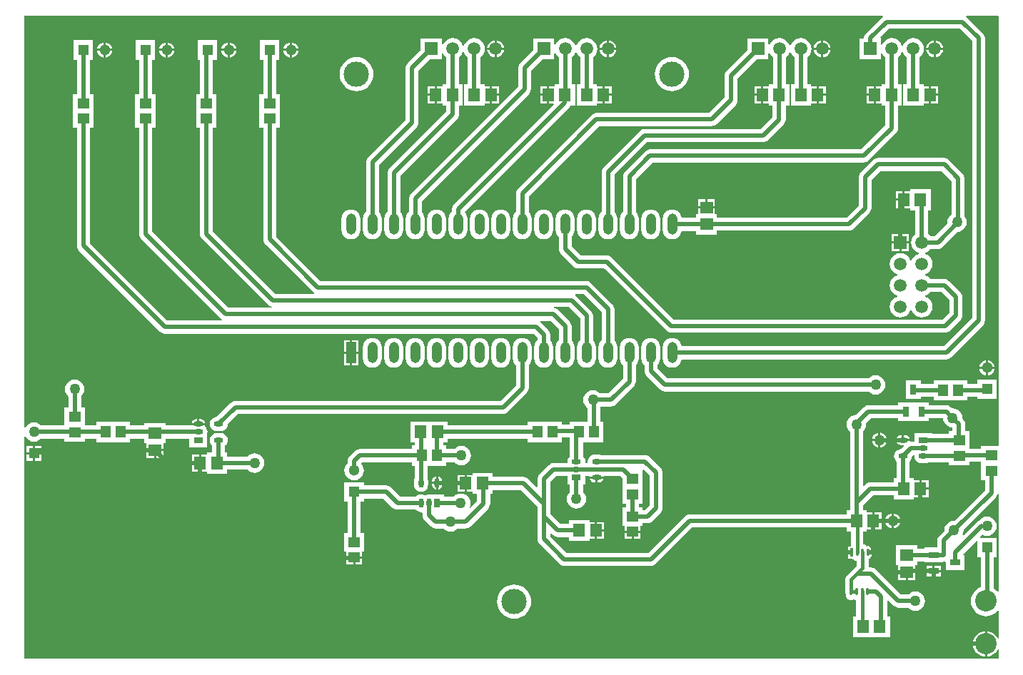
<source format=gbl>
%FSLAX25Y25*%
%MOIN*%
G70*
G01*
G75*
G04 Layer_Physical_Order=2*
G04 Layer_Color=16711680*
%ADD10C,0.02000*%
%ADD11C,0.01000*%
%ADD12C,0.10000*%
%ADD13C,0.05118*%
%ADD14R,0.05118X0.05118*%
%ADD15R,0.05118X0.05118*%
%ADD16C,0.11811*%
%ADD17R,0.05000X0.05000*%
%ADD18C,0.05000*%
%ADD19R,0.04724X0.09843*%
%ADD20O,0.04724X0.09843*%
%ADD21R,0.05906X0.05906*%
%ADD22C,0.05906*%
%ADD23R,0.05906X0.05906*%
%ADD24R,0.04331X0.02559*%
%ADD25O,0.04331X0.02559*%
%ADD26R,0.05512X0.05906*%
%ADD27R,0.05512X0.04724*%
%ADD28R,0.04724X0.05512*%
%ADD29R,0.02559X0.04331*%
%ADD30O,0.02559X0.04331*%
%ADD31R,0.05906X0.05512*%
%ADD32O,0.01181X0.03937*%
%ADD33R,0.01181X0.03937*%
%ADD34R,0.04724X0.02992*%
%ADD35R,0.02992X0.04724*%
%ADD36C,0.01500*%
G36*
X299474Y93247D02*
Y79253D01*
X297290Y77069D01*
X296256D01*
Y78405D01*
X294526D01*
Y80094D01*
X296256D01*
Y87181D01*
Y95758D01*
X296714Y96007D01*
X299474Y93247D01*
D02*
G37*
G36*
X462500Y84771D02*
Y39011D01*
X462000Y38832D01*
X461474Y39474D01*
X460408Y40349D01*
X460026Y40553D01*
Y55000D01*
X461500D01*
Y64000D01*
X453933D01*
X453741Y64462D01*
X454814Y65535D01*
X455825Y65116D01*
X457000Y64961D01*
X458175Y65116D01*
X459269Y65569D01*
X460209Y66291D01*
X460931Y67231D01*
X461384Y68325D01*
X461539Y69500D01*
X461384Y70675D01*
X460931Y71769D01*
X460209Y72709D01*
X459269Y73431D01*
X458175Y73884D01*
X457000Y74039D01*
X455825Y73884D01*
X454731Y73431D01*
X453791Y72709D01*
X453503Y72334D01*
X452987Y72120D01*
X452360Y71640D01*
X445987Y65266D01*
X445563Y65549D01*
X445884Y66325D01*
X446039Y67500D01*
X446009Y67729D01*
X461140Y82860D01*
X461621Y83487D01*
X461923Y84217D01*
X462000Y84803D01*
X462500Y84771D01*
D02*
G37*
G36*
X436523Y118918D02*
X436977Y117823D01*
X437698Y116883D01*
X438638Y116162D01*
X439733Y115708D01*
X440777Y115571D01*
Y113906D01*
X439244D01*
Y112766D01*
X431390D01*
Y113020D01*
X423059D01*
Y109026D01*
X421516D01*
X421251Y108991D01*
X421018Y109240D01*
X414665D01*
X414743Y108851D01*
X415246Y108097D01*
X416000Y107593D01*
X416890Y107416D01*
X417999D01*
X418190Y106954D01*
X416791Y105555D01*
X416034Y105455D01*
X415236Y105124D01*
X414551Y104599D01*
X414025Y103914D01*
X413695Y103116D01*
X413582Y102260D01*
X413695Y101404D01*
X414025Y100606D01*
X414551Y99921D01*
X414750Y99768D01*
Y91953D01*
X413307D01*
Y90089D01*
X402563D01*
X402563Y90089D01*
X402171Y90037D01*
X401780Y89986D01*
X401050Y89684D01*
X400423Y89203D01*
X399551Y88330D01*
X399089Y88521D01*
Y113698D01*
X399209Y113791D01*
X399931Y114731D01*
X400384Y115825D01*
X400539Y117000D01*
X400451Y117671D01*
X402742Y119962D01*
X415461D01*
Y118626D01*
X422453D01*
Y118626D01*
X422941D01*
Y118626D01*
X429933D01*
Y119962D01*
X436386D01*
X436523Y118918D01*
D02*
G37*
G36*
X462500Y307500D02*
Y106905D01*
X454244D01*
Y105569D01*
X448756D01*
Y106819D01*
Y113906D01*
X446829D01*
Y117197D01*
X446726Y117980D01*
X446424Y118710D01*
X445943Y119336D01*
X445416Y119863D01*
X445446Y120092D01*
X445292Y121267D01*
X444838Y122362D01*
X444117Y123302D01*
X443177Y124023D01*
X442082Y124477D01*
X440907Y124631D01*
X440678Y124601D01*
X440151Y125128D01*
X439525Y125609D01*
X438795Y125911D01*
X438012Y126014D01*
X429933D01*
Y127350D01*
X422941D01*
Y127350D01*
X422453D01*
Y127350D01*
X415461D01*
Y126014D01*
X401488D01*
X400705Y125911D01*
X399975Y125609D01*
X399349Y125128D01*
X395723Y121502D01*
X394825Y121384D01*
X393731Y120931D01*
X392791Y120209D01*
X392069Y119269D01*
X391616Y118175D01*
X391461Y117000D01*
X391616Y115825D01*
X392069Y114731D01*
X392791Y113791D01*
X393037Y113601D01*
Y80563D01*
Y76953D01*
X391307D01*
Y75026D01*
X318000D01*
X317217Y74923D01*
X316789Y74746D01*
X316487Y74620D01*
X316215Y74412D01*
X315860Y74140D01*
X315860Y74140D01*
X298747Y57026D01*
X260753D01*
X253026Y64753D01*
Y66042D01*
X253488Y66233D01*
X254360Y65360D01*
X254987Y64880D01*
X255352Y64728D01*
X255717Y64577D01*
X255808Y64565D01*
X256500Y64474D01*
X256500Y64474D01*
X261807D01*
Y62547D01*
X271319D01*
Y63547D01*
X273937D01*
Y67500D01*
Y71453D01*
X271319D01*
Y72453D01*
X261807D01*
Y70526D01*
X257753D01*
X253026Y75253D01*
Y80000D01*
Y90247D01*
X255753Y92974D01*
X261110D01*
Y88980D01*
X262250D01*
Y85575D01*
X262066Y85434D01*
X261345Y84494D01*
X260891Y83399D01*
X260737Y82224D01*
X260891Y81050D01*
X261345Y79955D01*
X262066Y79015D01*
X263006Y78294D01*
X264101Y77840D01*
X265276Y77686D01*
X266450Y77840D01*
X267545Y78294D01*
X268485Y79015D01*
X269206Y79955D01*
X269660Y81050D01*
X269814Y82224D01*
X269660Y83399D01*
X269206Y84494D01*
X268485Y85434D01*
X268302Y85575D01*
Y88980D01*
X269441D01*
Y92974D01*
X271262D01*
X271438Y92760D01*
X278011D01*
X278186Y92974D01*
X285790D01*
X286744Y92020D01*
Y87181D01*
Y80094D01*
X288474D01*
Y78405D01*
X286744D01*
Y69681D01*
X287744D01*
Y67457D01*
X295256D01*
Y69681D01*
X296256D01*
Y71017D01*
X298543D01*
X299326Y71121D01*
X299843Y71334D01*
X300056Y71423D01*
X300683Y71904D01*
X304640Y75860D01*
X305120Y76487D01*
X305209Y76701D01*
X305423Y77217D01*
X305526Y78000D01*
Y94500D01*
X305423Y95283D01*
X305209Y95799D01*
X305120Y96013D01*
X304640Y96640D01*
X299399Y101880D01*
X298773Y102361D01*
X298043Y102663D01*
X297260Y102766D01*
X276875D01*
X276466Y102935D01*
X275610Y103048D01*
X273839D01*
X272983Y102935D01*
X272185Y102605D01*
X271500Y102079D01*
X270974Y101394D01*
X270643Y100596D01*
X270531Y99740D01*
X270575Y99402D01*
X270246Y99026D01*
X269754D01*
X269425Y99402D01*
X269469Y99740D01*
X269356Y100596D01*
X269026Y101394D01*
X268500Y102079D01*
X268302Y102232D01*
Y108744D01*
X277906D01*
Y118256D01*
X276569D01*
Y125474D01*
X281500D01*
X282283Y125577D01*
X282799Y125791D01*
X283013Y125880D01*
X283640Y126360D01*
X292140Y134860D01*
X292140Y134860D01*
X292348Y135133D01*
X292620Y135487D01*
X292923Y136217D01*
X293026Y137000D01*
X293026Y137000D01*
Y144764D01*
X293111Y144830D01*
X293810Y145741D01*
X294250Y146802D01*
X294400Y147941D01*
Y153059D01*
X294250Y154198D01*
X293810Y155259D01*
X293111Y156170D01*
X292200Y156869D01*
X291139Y157309D01*
X290000Y157459D01*
X288861Y157309D01*
X287800Y156869D01*
X286889Y156170D01*
X286190Y155259D01*
X285750Y154198D01*
X285600Y153059D01*
Y147941D01*
X285750Y146802D01*
X286190Y145741D01*
X286889Y144830D01*
X286974Y144764D01*
Y138253D01*
X280247Y131526D01*
X276350D01*
X276209Y131709D01*
X275269Y132431D01*
X274175Y132884D01*
X273000Y133039D01*
X271825Y132884D01*
X270731Y132431D01*
X269791Y131709D01*
X269069Y130769D01*
X268616Y129675D01*
X268461Y128500D01*
X268616Y127325D01*
X269069Y126231D01*
X269791Y125291D01*
X270517Y124733D01*
Y118256D01*
X262094D01*
Y117026D01*
X258405D01*
Y118256D01*
X242595D01*
Y116526D01*
X205193D01*
Y118453D01*
X187807D01*
Y108547D01*
X189734D01*
Y107256D01*
X188594D01*
Y105526D01*
X164000D01*
X164000Y105526D01*
X163308Y105435D01*
X163217Y105423D01*
X162487Y105121D01*
X161860Y104640D01*
X159360Y102140D01*
X158879Y101513D01*
X158791Y101299D01*
X158577Y100783D01*
X158474Y100000D01*
Y98925D01*
X158248Y98751D01*
X157518Y97799D01*
X157058Y96690D01*
X156902Y95500D01*
X157058Y94310D01*
X157518Y93201D01*
X158248Y92248D01*
X159201Y91518D01*
X160310Y91058D01*
X161500Y90902D01*
X162690Y91058D01*
X163799Y91518D01*
X164752Y92248D01*
X165482Y93201D01*
X165942Y94310D01*
X166098Y95500D01*
X165942Y96690D01*
X165482Y97799D01*
X164752Y98751D01*
X164738Y98959D01*
X165253Y99474D01*
X188594D01*
Y97744D01*
X189734D01*
Y91875D01*
X189565Y91466D01*
X189452Y90610D01*
Y88839D01*
X189565Y87982D01*
X189895Y87185D01*
X190421Y86500D01*
X191106Y85974D01*
X191904Y85644D01*
X192760Y85531D01*
X193616Y85644D01*
X194414Y85974D01*
X195099Y86500D01*
X195624Y87185D01*
X195955Y87982D01*
X196068Y88839D01*
Y90610D01*
X195955Y91466D01*
X195786Y91875D01*
Y97744D01*
X204405D01*
Y99474D01*
X208150D01*
X208291Y99291D01*
X209231Y98569D01*
X210325Y98116D01*
X211500Y97961D01*
X212675Y98116D01*
X213769Y98569D01*
X214709Y99291D01*
X215431Y100231D01*
X215884Y101325D01*
X216039Y102500D01*
X215884Y103675D01*
X215431Y104769D01*
X214709Y105709D01*
X213769Y106431D01*
X212675Y106884D01*
X211500Y107039D01*
X210325Y106884D01*
X209231Y106431D01*
X208291Y105709D01*
X208150Y105526D01*
X204405D01*
Y107256D01*
X203069D01*
Y108547D01*
X205193D01*
Y110474D01*
X242595D01*
Y108744D01*
X258405D01*
Y110974D01*
X262094D01*
Y108744D01*
X262250D01*
Y102232D01*
X262051Y102079D01*
X261525Y101394D01*
X261195Y100596D01*
X261082Y99740D01*
X261126Y99402D01*
X260797Y99026D01*
X254500D01*
X253717Y98923D01*
X253201Y98709D01*
X252987Y98620D01*
X252360Y98140D01*
X247860Y93640D01*
X247379Y93013D01*
X247291Y92799D01*
X247077Y92283D01*
X246974Y91500D01*
Y87958D01*
X246512Y87767D01*
X242640Y91640D01*
X242013Y92120D01*
X241799Y92209D01*
X241283Y92423D01*
X240500Y92526D01*
X226193D01*
Y94453D01*
X216681D01*
Y93453D01*
X214063D01*
Y89500D01*
Y85547D01*
X216681D01*
Y84547D01*
X218911D01*
Y81190D01*
X215762Y78041D01*
X215338Y78325D01*
X215660Y79101D01*
X215814Y80276D01*
X215660Y81450D01*
X215206Y82545D01*
X214485Y83485D01*
X213545Y84206D01*
X212450Y84660D01*
X211276Y84814D01*
X210101Y84660D01*
X209006Y84206D01*
X208066Y83485D01*
X207925Y83302D01*
X203520D01*
Y84441D01*
X196961D01*
Y84441D01*
Y84441D01*
X196500Y84469D01*
X196471Y84465D01*
X196471D01*
X196471Y84465D01*
X195644Y84356D01*
X194846Y84026D01*
X194630Y83860D01*
X194414Y84026D01*
X193616Y84356D01*
X192760Y84469D01*
X191904Y84356D01*
X191106Y84026D01*
X190421Y83500D01*
X190268Y83302D01*
X182978D01*
X178640Y87640D01*
X178013Y88121D01*
X177799Y88209D01*
X177283Y88423D01*
X176500Y88526D01*
X166059D01*
Y90059D01*
X156941D01*
Y80941D01*
X158474D01*
Y66405D01*
X156744D01*
Y57681D01*
X157744D01*
Y55457D01*
X165256D01*
Y57681D01*
X166256D01*
Y66405D01*
X164526D01*
Y80941D01*
X166059D01*
Y82474D01*
X175247D01*
X179585Y78136D01*
X180211Y77655D01*
X180941Y77353D01*
X181724Y77250D01*
X181725Y77250D01*
X190268D01*
X190421Y77051D01*
X191106Y76525D01*
X191904Y76195D01*
X192760Y76082D01*
X193098Y76126D01*
X193474Y75797D01*
Y74500D01*
X193577Y73717D01*
X193791Y73201D01*
X193879Y72987D01*
X194360Y72360D01*
X197360Y69360D01*
X197987Y68879D01*
X198201Y68791D01*
X198717Y68577D01*
X199500Y68474D01*
X203150D01*
X203291Y68291D01*
X204231Y67569D01*
X205325Y67116D01*
X206500Y66961D01*
X207675Y67116D01*
X208769Y67569D01*
X209709Y68291D01*
X209850Y68474D01*
X213500D01*
X214283Y68577D01*
X214799Y68791D01*
X215013Y68879D01*
X215640Y69360D01*
X224077Y77797D01*
X224077Y77797D01*
X224557Y78424D01*
X224860Y79154D01*
X224963Y79937D01*
Y84547D01*
X226193D01*
Y86474D01*
X239247D01*
X246974Y78747D01*
Y74000D01*
Y63500D01*
X247077Y62717D01*
X247291Y62201D01*
X247379Y61987D01*
X247860Y61360D01*
X257360Y51860D01*
X257987Y51380D01*
X258717Y51077D01*
X259500Y50974D01*
X300000D01*
X300783Y51077D01*
X301299Y51291D01*
X301513Y51380D01*
X302140Y51860D01*
X319253Y68974D01*
X391307D01*
Y67047D01*
X393521D01*
Y60148D01*
X392146D01*
Y54211D01*
X394250D01*
X394448Y53954D01*
X394989Y53538D01*
X395619Y53277D01*
X396081Y53216D01*
Y51003D01*
X391625Y46548D01*
X391184Y45974D01*
X391070Y45696D01*
X390907Y45305D01*
X390813Y44587D01*
Y38821D01*
X390907Y38103D01*
X390974Y37943D01*
Y37443D01*
X391063Y36767D01*
X391324Y36136D01*
X391739Y35595D01*
X392280Y35180D01*
X392910Y34919D01*
X393587Y34830D01*
X394263Y34919D01*
X394866Y35169D01*
X395469Y34919D01*
X395931Y34858D01*
Y27453D01*
X394307D01*
Y17547D01*
X411693D01*
Y27453D01*
X410526D01*
Y34542D01*
X410988Y34733D01*
X413360Y32360D01*
X413360Y32360D01*
X413632Y32152D01*
X413987Y31879D01*
X414717Y31577D01*
X415500Y31474D01*
X415500Y31474D01*
X420150D01*
X420291Y31291D01*
X421231Y30569D01*
X422325Y30116D01*
X423500Y29961D01*
X424675Y30116D01*
X425769Y30569D01*
X426709Y31291D01*
X427431Y32231D01*
X427884Y33325D01*
X428039Y34500D01*
X427884Y35675D01*
X427431Y36769D01*
X426709Y37709D01*
X425769Y38431D01*
X424675Y38884D01*
X423500Y39039D01*
X422325Y38884D01*
X421231Y38431D01*
X420291Y37709D01*
X420150Y37526D01*
X416753D01*
X404919Y49360D01*
X404292Y49841D01*
X404079Y49929D01*
X403563Y50143D01*
X402779Y50246D01*
X401628D01*
Y54222D01*
X402034Y54303D01*
X402560Y54655D01*
X402912Y55181D01*
X403035Y55801D01*
Y58557D01*
X402912Y59178D01*
X402560Y59704D01*
X402034Y60055D01*
X401413Y60179D01*
X400947Y60086D01*
X400702Y60405D01*
X400161Y60820D01*
X399531Y61081D01*
X399069Y61142D01*
Y67047D01*
X400819D01*
Y68047D01*
X403437D01*
Y72000D01*
Y75953D01*
X400819D01*
Y76953D01*
X399089D01*
Y79310D01*
X403816Y84037D01*
X413307D01*
Y82047D01*
X422819D01*
Y83047D01*
X425437D01*
Y87000D01*
Y90953D01*
X422819D01*
Y91953D01*
X420801D01*
Y99768D01*
X421000Y99921D01*
X421526Y100606D01*
X421856Y101404D01*
X421956Y102161D01*
X422598Y102803D01*
X423071Y102569D01*
X423031Y102260D01*
X423143Y101404D01*
X423474Y100606D01*
X424000Y99921D01*
X424685Y99395D01*
X425482Y99065D01*
X426339Y98952D01*
X428110D01*
X428966Y99065D01*
X429375Y99234D01*
X439244D01*
Y98094D01*
X448756D01*
Y99517D01*
X454244D01*
Y98181D01*
Y91094D01*
X455974D01*
Y86253D01*
X441729Y72009D01*
X441500Y72039D01*
X440325Y71884D01*
X439231Y71431D01*
X438291Y70709D01*
X437569Y69769D01*
X437116Y68675D01*
X436961Y67500D01*
X436991Y67271D01*
X434679Y64959D01*
X434198Y64332D01*
X433896Y63602D01*
X433793Y62819D01*
Y59539D01*
X427626D01*
Y59069D01*
X424453D01*
Y60693D01*
X414547D01*
Y51181D01*
X415547D01*
Y48563D01*
X423453D01*
Y51181D01*
X424453D01*
Y53017D01*
X427626D01*
Y52547D01*
X436350D01*
Y53017D01*
X436819D01*
X437362Y53089D01*
X437862Y52737D01*
Y49004D01*
X446587D01*
Y55996D01*
X445929D01*
X445737Y56458D01*
X452038Y62759D01*
X452500Y62568D01*
Y55000D01*
X453974D01*
Y41049D01*
X453808Y40999D01*
X452592Y40349D01*
X451526Y39474D01*
X450652Y38408D01*
X450002Y37192D01*
X449601Y35872D01*
X449466Y34500D01*
X449601Y33128D01*
X450002Y31808D01*
X450652Y30592D01*
X451526Y29526D01*
X452592Y28651D01*
X453808Y28001D01*
X455128Y27601D01*
X456500Y27466D01*
X457872Y27601D01*
X459192Y28001D01*
X460408Y28651D01*
X461474Y29526D01*
X462000Y30168D01*
X462500Y29989D01*
Y17064D01*
X462000Y16938D01*
X461513Y17850D01*
X460763Y18763D01*
X459850Y19513D01*
X458807Y20070D01*
X457676Y20413D01*
X457000Y20480D01*
Y14500D01*
Y8520D01*
X457676Y8587D01*
X458807Y8930D01*
X459850Y9487D01*
X460763Y10237D01*
X461513Y11150D01*
X462000Y12062D01*
X462500Y11936D01*
Y7500D01*
X7500D01*
Y111298D01*
X8000Y111398D01*
X8069Y111231D01*
X8791Y110291D01*
X9731Y109569D01*
X10825Y109116D01*
X12000Y108961D01*
X13175Y109116D01*
X14269Y109569D01*
X15209Y110291D01*
X15350Y110474D01*
X26244D01*
Y109095D01*
X35756D01*
Y110474D01*
X41094D01*
Y108744D01*
X56906D01*
Y110474D01*
X63547D01*
Y108181D01*
X64547D01*
Y105563D01*
X72453D01*
Y108181D01*
X73453D01*
Y110474D01*
X84610D01*
Y106480D01*
X92941D01*
Y113039D01*
X92941D01*
X92941D01*
X92969Y113500D01*
X92965Y113529D01*
Y113529D01*
X92965Y113529D01*
X92857Y114356D01*
X92526Y115154D01*
X92000Y115839D01*
X91648Y116110D01*
X91809Y116351D01*
X91886Y116740D01*
X90177D01*
X89661Y116808D01*
X87890D01*
X87374Y116740D01*
X85489D01*
X85314Y116526D01*
X73453D01*
Y117693D01*
X63547D01*
Y116526D01*
X56906D01*
Y118256D01*
X41094D01*
Y116526D01*
X35756D01*
Y117819D01*
Y124906D01*
X34026D01*
Y130150D01*
X34209Y130291D01*
X34931Y131231D01*
X35384Y132325D01*
X35539Y133500D01*
X35384Y134675D01*
X34931Y135769D01*
X34209Y136709D01*
X33269Y137431D01*
X32175Y137884D01*
X31000Y138039D01*
X29825Y137884D01*
X28731Y137431D01*
X27791Y136709D01*
X27069Y135769D01*
X26616Y134675D01*
X26461Y133500D01*
X26616Y132325D01*
X27069Y131231D01*
X27791Y130291D01*
X27974Y130150D01*
Y124906D01*
X26244D01*
Y117819D01*
Y116526D01*
X15350D01*
X15209Y116709D01*
X14269Y117431D01*
X13175Y117884D01*
X12000Y118039D01*
X10825Y117884D01*
X9731Y117431D01*
X8791Y116709D01*
X8069Y115769D01*
X8000Y115602D01*
X7500Y115702D01*
Y308000D01*
X408160D01*
X408330Y307500D01*
X407860Y307140D01*
X400360Y299640D01*
X399880Y299013D01*
X399791Y298799D01*
X399577Y298283D01*
X399474Y297500D01*
Y297453D01*
X397547D01*
Y287547D01*
X407453D01*
Y290436D01*
X407953Y290536D01*
X408174Y290002D01*
X408968Y288968D01*
X409474Y288579D01*
Y275953D01*
X407681D01*
Y274953D01*
X405063D01*
Y271000D01*
Y267047D01*
X407681D01*
Y266047D01*
X409411D01*
Y256690D01*
X398247Y245526D01*
X299500D01*
X298717Y245423D01*
X297987Y245121D01*
X297360Y244640D01*
X287860Y235140D01*
X287380Y234513D01*
X287291Y234299D01*
X287077Y233783D01*
X286974Y233000D01*
Y216236D01*
X286889Y216170D01*
X286190Y215259D01*
X285750Y214198D01*
X285600Y213059D01*
Y207941D01*
X285750Y206802D01*
X286190Y205741D01*
X286889Y204830D01*
X287800Y204131D01*
X288861Y203691D01*
X290000Y203541D01*
X291139Y203691D01*
X292200Y204131D01*
X293111Y204830D01*
X293810Y205741D01*
X294250Y206802D01*
X294400Y207941D01*
Y213059D01*
X294250Y214198D01*
X293810Y215259D01*
X293111Y216170D01*
X293026Y216236D01*
Y231747D01*
X300753Y239474D01*
X399500D01*
X400283Y239577D01*
X400799Y239791D01*
X401013Y239879D01*
X401640Y240360D01*
X414577Y253297D01*
X414577Y253297D01*
X415058Y253924D01*
X415360Y254654D01*
X415463Y255437D01*
Y266047D01*
X417193D01*
Y275953D01*
X415526D01*
Y288579D01*
X416032Y288968D01*
X416826Y290002D01*
X417229Y290976D01*
X417771D01*
X418174Y290002D01*
X418968Y288968D01*
X419474Y288579D01*
Y275953D01*
X417807D01*
Y266047D01*
X427319D01*
Y267047D01*
X429937D01*
Y271000D01*
Y274953D01*
X427319D01*
Y275953D01*
X425526D01*
Y288579D01*
X426032Y288968D01*
X426826Y290002D01*
X427325Y291207D01*
X427495Y292500D01*
X427325Y293793D01*
X426826Y294998D01*
X426032Y296032D01*
X424998Y296826D01*
X423793Y297325D01*
X422500Y297496D01*
X421207Y297325D01*
X420002Y296826D01*
X418968Y296032D01*
X418174Y294998D01*
X417771Y294024D01*
X417229D01*
X416826Y294998D01*
X416032Y296032D01*
X414998Y296826D01*
X413793Y297325D01*
X412500Y297496D01*
X411207Y297325D01*
X410002Y296826D01*
X408968Y296032D01*
X408174Y294998D01*
X407953Y294464D01*
X407453Y294564D01*
Y297453D01*
X407385D01*
X407194Y297915D01*
X411253Y301974D01*
X444247D01*
X449974Y296247D01*
Y166753D01*
X436747Y153526D01*
X314338D01*
X314250Y154198D01*
X313810Y155259D01*
X313111Y156170D01*
X312200Y156869D01*
X311139Y157309D01*
X310000Y157459D01*
X308861Y157309D01*
X307800Y156869D01*
X306889Y156170D01*
X306190Y155259D01*
X305750Y154198D01*
X305600Y153059D01*
Y147941D01*
X305750Y146802D01*
X306190Y145741D01*
X306889Y144830D01*
X307800Y144131D01*
X308861Y143691D01*
X310000Y143541D01*
X311139Y143691D01*
X312200Y144131D01*
X313111Y144830D01*
X313810Y145741D01*
X314250Y146802D01*
X314338Y147474D01*
X438000D01*
X438783Y147577D01*
X439299Y147791D01*
X439513Y147880D01*
X440140Y148360D01*
X455140Y163360D01*
X455140Y163360D01*
X455412Y163715D01*
X455620Y163987D01*
X455746Y164289D01*
X455923Y164717D01*
X456026Y165500D01*
Y297500D01*
X455923Y298283D01*
X455709Y298799D01*
X455620Y299013D01*
X455140Y299640D01*
X447640Y307140D01*
X447170Y307500D01*
X447340Y308000D01*
X462000D01*
X462500Y307500D01*
D02*
G37*
%LPC*%
G36*
X418661Y112064D02*
X418276D01*
Y110240D01*
X420886D01*
X420809Y110630D01*
X420305Y111384D01*
X419551Y111887D01*
X418661Y112064D01*
D02*
G37*
G36*
X407260Y113205D02*
Y110240D01*
X410224D01*
X410170Y110654D01*
X409817Y111505D01*
X409256Y112236D01*
X408525Y112797D01*
X407674Y113150D01*
X407260Y113205D01*
D02*
G37*
G36*
X417276Y112064D02*
X416890D01*
X416000Y111887D01*
X415246Y111384D01*
X414743Y110630D01*
X414665Y110240D01*
X417276D01*
Y112064D01*
D02*
G37*
G36*
X89661Y119564D02*
X89276D01*
Y117740D01*
X91886D01*
X91809Y118130D01*
X91305Y118884D01*
X90551Y119387D01*
X89661Y119564D01*
D02*
G37*
G36*
X240000Y157459D02*
X238861Y157309D01*
X237800Y156869D01*
X236889Y156170D01*
X236190Y155259D01*
X235750Y154198D01*
X235600Y153059D01*
Y147941D01*
X235750Y146802D01*
X236190Y145741D01*
X236889Y144830D01*
X236974Y144764D01*
Y135253D01*
X229747Y128026D01*
X105984D01*
X105984Y128026D01*
X105292Y127935D01*
X105201Y127923D01*
X104899Y127798D01*
X104471Y127620D01*
X104325Y127509D01*
X103845Y127140D01*
X103845Y127140D01*
X97240Y120535D01*
X96482Y120435D01*
X95685Y120105D01*
X95000Y119579D01*
X94474Y118894D01*
X94143Y118096D01*
X94031Y117240D01*
X94143Y116384D01*
X94474Y115586D01*
X95000Y114901D01*
X95685Y114375D01*
X96482Y114045D01*
X97339Y113932D01*
X99110D01*
X99966Y114045D01*
X100764Y114375D01*
X101449Y114901D01*
X101975Y115586D01*
X102305Y116384D01*
X102405Y117142D01*
X107238Y121974D01*
X231000D01*
X231783Y122077D01*
X232299Y122291D01*
X232513Y122380D01*
X233140Y122860D01*
X242140Y131860D01*
X242620Y132487D01*
X242709Y132701D01*
X242923Y133217D01*
X243026Y134000D01*
Y144764D01*
X243111Y144830D01*
X243810Y145741D01*
X244250Y146802D01*
X244400Y147941D01*
Y153059D01*
X244250Y154198D01*
X243810Y155259D01*
X243111Y156170D01*
X242200Y156869D01*
X241139Y157309D01*
X240000Y157459D01*
D02*
G37*
G36*
X88276Y119564D02*
X87890D01*
X87000Y119387D01*
X86246Y118884D01*
X85742Y118130D01*
X85665Y117740D01*
X88276D01*
Y119564D01*
D02*
G37*
G36*
X68000Y104563D02*
X64547D01*
Y101307D01*
X68000D01*
Y104563D01*
D02*
G37*
G36*
X72453D02*
X69000D01*
Y101307D01*
X72453D01*
Y104563D01*
D02*
G37*
G36*
X11500Y103000D02*
X8500D01*
Y100000D01*
X11500D01*
Y103000D01*
D02*
G37*
G36*
X15500D02*
X12500D01*
Y100000D01*
X15500D01*
Y103000D01*
D02*
G37*
G36*
X11500Y107000D02*
X8500D01*
Y104000D01*
X11500D01*
Y107000D01*
D02*
G37*
G36*
X410224Y109240D02*
X407260D01*
Y106276D01*
X407674Y106330D01*
X408525Y106683D01*
X409256Y107244D01*
X409817Y107975D01*
X410170Y108826D01*
X410224Y109240D01*
D02*
G37*
G36*
X406260Y113205D02*
X405846Y113150D01*
X404995Y112797D01*
X404264Y112236D01*
X403703Y111505D01*
X403350Y110654D01*
X403296Y110240D01*
X406260D01*
Y113205D01*
D02*
G37*
G36*
X15500Y107000D02*
X12500D01*
Y104000D01*
X15500D01*
Y107000D01*
D02*
G37*
G36*
X406260Y109240D02*
X403296D01*
X403350Y108826D01*
X403703Y107975D01*
X404264Y107244D01*
X404995Y106683D01*
X405846Y106330D01*
X406260Y106276D01*
Y109240D01*
D02*
G37*
G36*
X456500Y147024D02*
X456071Y146967D01*
X455205Y146609D01*
X454462Y146038D01*
X453891Y145295D01*
X453533Y144429D01*
X453476Y144000D01*
X456500D01*
Y147024D01*
D02*
G37*
G36*
X457500D02*
Y144000D01*
X460524D01*
X460467Y144429D01*
X460109Y145295D01*
X459538Y146038D01*
X458795Y146609D01*
X457929Y146967D01*
X457500Y147024D01*
D02*
G37*
G36*
X220000Y157459D02*
X218861Y157309D01*
X217800Y156869D01*
X216889Y156170D01*
X216190Y155259D01*
X215750Y154198D01*
X215600Y153059D01*
Y147941D01*
X215750Y146802D01*
X216190Y145741D01*
X216889Y144830D01*
X217800Y144131D01*
X218861Y143691D01*
X220000Y143541D01*
X221139Y143691D01*
X222200Y144131D01*
X223111Y144830D01*
X223810Y145741D01*
X224250Y146802D01*
X224400Y147941D01*
Y153059D01*
X224250Y154198D01*
X223810Y155259D01*
X223111Y156170D01*
X222200Y156869D01*
X221139Y157309D01*
X220000Y157459D01*
D02*
G37*
G36*
X230000D02*
X228861Y157309D01*
X227800Y156869D01*
X226889Y156170D01*
X226190Y155259D01*
X225750Y154198D01*
X225600Y153059D01*
Y147941D01*
X225750Y146802D01*
X226190Y145741D01*
X226889Y144830D01*
X227800Y144131D01*
X228861Y143691D01*
X230000Y143541D01*
X231139Y143691D01*
X232200Y144131D01*
X233111Y144830D01*
X233810Y145741D01*
X234250Y146802D01*
X234400Y147941D01*
Y153059D01*
X234250Y154198D01*
X233810Y155259D01*
X233111Y156170D01*
X232200Y156869D01*
X231139Y157309D01*
X230000Y157459D01*
D02*
G37*
G36*
X159500Y156421D02*
X156638D01*
Y151000D01*
X159500D01*
Y156421D01*
D02*
G37*
G36*
X163362D02*
X160500D01*
Y151000D01*
X163362D01*
Y156421D01*
D02*
G37*
G36*
X159500Y150000D02*
X156638D01*
Y144579D01*
X159500D01*
Y150000D01*
D02*
G37*
G36*
X163362D02*
X160500D01*
Y144579D01*
X163362D01*
Y150000D01*
D02*
G37*
G36*
X210000Y157459D02*
X208861Y157309D01*
X207800Y156869D01*
X206889Y156170D01*
X206190Y155259D01*
X205750Y154198D01*
X205600Y153059D01*
Y147941D01*
X205750Y146802D01*
X206190Y145741D01*
X206889Y144830D01*
X207800Y144131D01*
X208861Y143691D01*
X210000Y143541D01*
X211139Y143691D01*
X212200Y144131D01*
X213111Y144830D01*
X213810Y145741D01*
X214250Y146802D01*
X214400Y147941D01*
Y153059D01*
X214250Y154198D01*
X213810Y155259D01*
X213111Y156170D01*
X212200Y156869D01*
X211139Y157309D01*
X210000Y157459D01*
D02*
G37*
G36*
X456500Y143000D02*
X453476D01*
X453533Y142571D01*
X453891Y141705D01*
X454462Y140962D01*
X455205Y140391D01*
X456071Y140033D01*
X456500Y139976D01*
Y143000D01*
D02*
G37*
G36*
X460524D02*
X457500D01*
Y139976D01*
X457929Y140033D01*
X458795Y140391D01*
X459538Y140962D01*
X460109Y141705D01*
X460467Y142571D01*
X460524Y143000D01*
D02*
G37*
G36*
X300000Y157459D02*
X298861Y157309D01*
X297800Y156869D01*
X296889Y156170D01*
X296190Y155259D01*
X295750Y154198D01*
X295600Y153059D01*
Y147941D01*
X295750Y146802D01*
X296190Y145741D01*
X296889Y144830D01*
X296974Y144764D01*
Y142000D01*
X297077Y141217D01*
X297291Y140701D01*
X297379Y140487D01*
X297860Y139860D01*
X304360Y133360D01*
X304987Y132879D01*
X305352Y132728D01*
X305717Y132577D01*
X305808Y132565D01*
X306500Y132474D01*
X306500Y132474D01*
X401650D01*
X401791Y132291D01*
X402731Y131569D01*
X403825Y131116D01*
X405000Y130961D01*
X406175Y131116D01*
X407269Y131569D01*
X408209Y132291D01*
X408931Y133231D01*
X409384Y134325D01*
X409539Y135500D01*
X409384Y136675D01*
X408931Y137769D01*
X408209Y138709D01*
X407269Y139431D01*
X406175Y139884D01*
X405000Y140039D01*
X403825Y139884D01*
X402731Y139431D01*
X401791Y138709D01*
X401650Y138526D01*
X307753D01*
X303026Y143253D01*
Y144764D01*
X303111Y144830D01*
X303810Y145741D01*
X304250Y146802D01*
X304400Y147941D01*
Y153059D01*
X304250Y154198D01*
X303810Y155259D01*
X303111Y156170D01*
X302200Y156869D01*
X301139Y157309D01*
X300000Y157459D01*
D02*
G37*
G36*
X461559Y138059D02*
X452441D01*
Y136026D01*
X447905D01*
Y137756D01*
X432094D01*
Y136026D01*
X425996D01*
Y137587D01*
X419004D01*
Y128862D01*
X425996D01*
Y129974D01*
X432094D01*
Y128244D01*
X447905D01*
Y129974D01*
X452441D01*
Y128941D01*
X461559D01*
Y138059D01*
D02*
G37*
G36*
X190000Y157459D02*
X188861Y157309D01*
X187800Y156869D01*
X186889Y156170D01*
X186190Y155259D01*
X185750Y154198D01*
X185600Y153059D01*
Y147941D01*
X185750Y146802D01*
X186190Y145741D01*
X186889Y144830D01*
X187800Y144131D01*
X188861Y143691D01*
X190000Y143541D01*
X191139Y143691D01*
X192200Y144131D01*
X193111Y144830D01*
X193810Y145741D01*
X194250Y146802D01*
X194400Y147941D01*
Y153059D01*
X194250Y154198D01*
X193810Y155259D01*
X193111Y156170D01*
X192200Y156869D01*
X191139Y157309D01*
X190000Y157459D01*
D02*
G37*
G36*
X200000D02*
X198861Y157309D01*
X197800Y156869D01*
X196889Y156170D01*
X196190Y155259D01*
X195750Y154198D01*
X195600Y153059D01*
Y147941D01*
X195750Y146802D01*
X196190Y145741D01*
X196889Y144830D01*
X197800Y144131D01*
X198861Y143691D01*
X200000Y143541D01*
X201139Y143691D01*
X202200Y144131D01*
X203111Y144830D01*
X203810Y145741D01*
X204250Y146802D01*
X204400Y147941D01*
Y153059D01*
X204250Y154198D01*
X203810Y155259D01*
X203111Y156170D01*
X202200Y156869D01*
X201139Y157309D01*
X200000Y157459D01*
D02*
G37*
G36*
X170000D02*
X168861Y157309D01*
X167800Y156869D01*
X166889Y156170D01*
X166190Y155259D01*
X165750Y154198D01*
X165600Y153059D01*
Y147941D01*
X165750Y146802D01*
X166190Y145741D01*
X166889Y144830D01*
X167800Y144131D01*
X168861Y143691D01*
X170000Y143541D01*
X171139Y143691D01*
X172200Y144131D01*
X173111Y144830D01*
X173810Y145741D01*
X174250Y146802D01*
X174400Y147941D01*
Y153059D01*
X174250Y154198D01*
X173810Y155259D01*
X173111Y156170D01*
X172200Y156869D01*
X171139Y157309D01*
X170000Y157459D01*
D02*
G37*
G36*
X180000D02*
X178861Y157309D01*
X177800Y156869D01*
X176889Y156170D01*
X176190Y155259D01*
X175750Y154198D01*
X175600Y153059D01*
Y147941D01*
X175750Y146802D01*
X176190Y145741D01*
X176889Y144830D01*
X177800Y144131D01*
X178861Y143691D01*
X180000Y143541D01*
X181139Y143691D01*
X182200Y144131D01*
X183111Y144830D01*
X183810Y145741D01*
X184250Y146802D01*
X184400Y147941D01*
Y153059D01*
X184250Y154198D01*
X183810Y155259D01*
X183111Y156170D01*
X182200Y156869D01*
X181139Y157309D01*
X180000Y157459D01*
D02*
G37*
G36*
X278193Y67000D02*
X274937D01*
Y63547D01*
X278193D01*
Y67000D01*
D02*
G37*
G36*
X291000Y66457D02*
X287744D01*
Y63595D01*
X291000D01*
Y66457D01*
D02*
G37*
G36*
X161000Y54457D02*
X157744D01*
Y51595D01*
X161000D01*
Y54457D01*
D02*
G37*
G36*
X165256D02*
X162000D01*
Y51595D01*
X165256D01*
Y54457D01*
D02*
G37*
G36*
X407693Y71500D02*
X404437D01*
Y68047D01*
X407693D01*
Y71500D01*
D02*
G37*
G36*
X412500D02*
X409536D01*
X409590Y71086D01*
X409943Y70235D01*
X410504Y69504D01*
X411235Y68943D01*
X412086Y68590D01*
X412500Y68536D01*
Y71500D01*
D02*
G37*
G36*
X295256Y66457D02*
X292000D01*
Y63595D01*
X295256D01*
Y66457D01*
D02*
G37*
G36*
X278193Y71453D02*
X274937D01*
Y68000D01*
X278193D01*
Y71453D01*
D02*
G37*
G36*
X435350Y51059D02*
X432488D01*
Y49063D01*
X435350D01*
Y51059D01*
D02*
G37*
G36*
X236221Y42196D02*
X234671Y42043D01*
X233180Y41591D01*
X231807Y40857D01*
X230603Y39869D01*
X229615Y38665D01*
X228881Y37292D01*
X228429Y35802D01*
X228277Y34252D01*
X228429Y32702D01*
X228881Y31212D01*
X229615Y29839D01*
X230603Y28635D01*
X231807Y27647D01*
X233180Y26913D01*
X234671Y26461D01*
X236221Y26308D01*
X237770Y26461D01*
X239260Y26913D01*
X240634Y27647D01*
X241838Y28635D01*
X242826Y29839D01*
X243560Y31212D01*
X244012Y32702D01*
X244164Y34252D01*
X244012Y35802D01*
X243560Y37292D01*
X242826Y38665D01*
X241838Y39869D01*
X240634Y40857D01*
X239260Y41591D01*
X237770Y42043D01*
X236221Y42196D01*
D02*
G37*
G36*
X419000Y47563D02*
X415547D01*
Y44307D01*
X419000D01*
Y47563D01*
D02*
G37*
G36*
X456000Y14000D02*
X450520D01*
X450587Y13324D01*
X450930Y12193D01*
X451487Y11150D01*
X452237Y10237D01*
X453151Y9487D01*
X454193Y8930D01*
X455324Y8587D01*
X456000Y8520D01*
Y14000D01*
D02*
G37*
G36*
Y20480D02*
X455324Y20413D01*
X454193Y20070D01*
X453151Y19513D01*
X452237Y18763D01*
X451487Y17850D01*
X450930Y16807D01*
X450587Y15676D01*
X450520Y15000D01*
X456000D01*
Y20480D01*
D02*
G37*
G36*
X435350Y48063D02*
X432488D01*
Y46067D01*
X435350D01*
Y48063D01*
D02*
G37*
G36*
X431488Y51059D02*
X428626D01*
Y49063D01*
X431488D01*
Y51059D01*
D02*
G37*
G36*
X423453Y47563D02*
X420000D01*
Y44307D01*
X423453D01*
Y47563D01*
D02*
G37*
G36*
X431488Y48063D02*
X428626D01*
Y46067D01*
X431488D01*
Y48063D01*
D02*
G37*
G36*
X213063Y93453D02*
X209807D01*
Y90000D01*
X213063D01*
Y93453D01*
D02*
G37*
G36*
X199740Y92835D02*
X199351Y92757D01*
X198597Y92254D01*
X198093Y91500D01*
X197916Y90610D01*
Y90224D01*
X199740D01*
Y92835D01*
D02*
G37*
G36*
X274224Y91760D02*
X271614D01*
X271691Y91370D01*
X272195Y90616D01*
X272949Y90113D01*
X273839Y89936D01*
X274224D01*
Y91760D01*
D02*
G37*
G36*
X277835D02*
X275224D01*
Y89936D01*
X275610D01*
X276500Y90113D01*
X277254Y90616D01*
X277758Y91370D01*
X277835Y91760D01*
D02*
G37*
G36*
X89063Y98500D02*
X85807D01*
Y95047D01*
X89063D01*
Y98500D01*
D02*
G37*
G36*
Y102953D02*
X85807D01*
Y99500D01*
X89063D01*
Y102953D01*
D02*
G37*
G36*
X200740Y92835D02*
Y90224D01*
X202564D01*
Y90610D01*
X202387Y91500D01*
X201884Y92254D01*
X201130Y92757D01*
X200740Y92835D01*
D02*
G37*
G36*
X99110Y113068D02*
X97339D01*
X96482Y112955D01*
X95685Y112625D01*
X95000Y112099D01*
X94474Y111414D01*
X94143Y110616D01*
X94031Y109760D01*
X94143Y108904D01*
X94474Y108106D01*
X95000Y107421D01*
X95199Y107268D01*
Y103953D01*
X92681D01*
Y102953D01*
X90063D01*
Y99000D01*
Y95047D01*
X92681D01*
Y94047D01*
X102193D01*
Y95974D01*
X111650D01*
X111791Y95791D01*
X112731Y95069D01*
X113825Y94616D01*
X115000Y94461D01*
X116175Y94616D01*
X117269Y95069D01*
X118209Y95791D01*
X118931Y96731D01*
X119384Y97825D01*
X119539Y99000D01*
X119384Y100175D01*
X118931Y101269D01*
X118209Y102209D01*
X117269Y102931D01*
X116175Y103384D01*
X115000Y103539D01*
X113825Y103384D01*
X112731Y102931D01*
X111791Y102209D01*
X111650Y102026D01*
X102193D01*
Y103953D01*
X101250D01*
Y107268D01*
X101449Y107421D01*
X101975Y108106D01*
X102305Y108904D01*
X102418Y109760D01*
X102305Y110616D01*
X101975Y111414D01*
X101449Y112099D01*
X100764Y112625D01*
X99966Y112955D01*
X99110Y113068D01*
D02*
G37*
G36*
X429693Y90953D02*
X426437D01*
Y87500D01*
X429693D01*
Y90953D01*
D02*
G37*
G36*
X412500Y75464D02*
X412086Y75410D01*
X411235Y75057D01*
X410504Y74496D01*
X409943Y73765D01*
X409590Y72914D01*
X409536Y72500D01*
X412500D01*
Y75464D01*
D02*
G37*
G36*
X413500D02*
Y72500D01*
X416464D01*
X416410Y72914D01*
X416057Y73765D01*
X415496Y74496D01*
X414765Y75057D01*
X413914Y75410D01*
X413500Y75464D01*
D02*
G37*
G36*
X416464Y71500D02*
X413500D01*
Y68536D01*
X413914Y68590D01*
X414765Y68943D01*
X415496Y69504D01*
X416057Y70235D01*
X416410Y71086D01*
X416464Y71500D01*
D02*
G37*
G36*
X407693Y75953D02*
X404437D01*
Y72500D01*
X407693D01*
Y75953D01*
D02*
G37*
G36*
X199740Y89224D02*
X197916D01*
Y88839D01*
X198093Y87949D01*
X198597Y87195D01*
X199351Y86691D01*
X199740Y86614D01*
Y89224D01*
D02*
G37*
G36*
X202564D02*
X200740D01*
Y86614D01*
X201130Y86691D01*
X201884Y87195D01*
X202387Y87949D01*
X202564Y88839D01*
Y89224D01*
D02*
G37*
G36*
X429693Y86500D02*
X426437D01*
Y83047D01*
X429693D01*
Y86500D01*
D02*
G37*
G36*
X213063Y89000D02*
X209807D01*
Y85547D01*
X213063D01*
Y89000D01*
D02*
G37*
G36*
X283921Y292000D02*
X280500D01*
Y288579D01*
X281032Y288649D01*
X281993Y289047D01*
X282819Y289681D01*
X283453Y290507D01*
X283851Y291468D01*
X283921Y292000D01*
D02*
G37*
G36*
X379500D02*
X376079D01*
X376149Y291468D01*
X376547Y290507D01*
X377181Y289681D01*
X378007Y289047D01*
X378968Y288649D01*
X379500Y288579D01*
Y292000D01*
D02*
G37*
G36*
X231421D02*
X228000D01*
Y288579D01*
X228532Y288649D01*
X229493Y289047D01*
X230319Y289681D01*
X230953Y290507D01*
X231351Y291468D01*
X231421Y292000D01*
D02*
G37*
G36*
X279500D02*
X276079D01*
X276149Y291468D01*
X276547Y290507D01*
X277181Y289681D01*
X278007Y289047D01*
X278968Y288649D01*
X279500Y288579D01*
Y292000D01*
D02*
G37*
G36*
X436421D02*
X433000D01*
Y288579D01*
X433532Y288649D01*
X434493Y289047D01*
X435319Y289681D01*
X435953Y290507D01*
X436351Y291468D01*
X436421Y292000D01*
D02*
G37*
G36*
X44500Y295524D02*
X44071Y295467D01*
X43205Y295109D01*
X42462Y294538D01*
X41891Y293795D01*
X41533Y292929D01*
X41476Y292500D01*
X44500D01*
Y295524D01*
D02*
G37*
G36*
X383921Y292000D02*
X380500D01*
Y288579D01*
X381032Y288649D01*
X381993Y289047D01*
X382819Y289681D01*
X383453Y290507D01*
X383851Y291468D01*
X383921Y292000D01*
D02*
G37*
G36*
X432000D02*
X428579D01*
X428649Y291468D01*
X429047Y290507D01*
X429681Y289681D01*
X430507Y289047D01*
X431468Y288649D01*
X432000Y288579D01*
Y292000D01*
D02*
G37*
G36*
X227000D02*
X223579D01*
X223649Y291468D01*
X224047Y290507D01*
X224681Y289681D01*
X225507Y289047D01*
X226468Y288649D01*
X227000Y288579D01*
Y292000D01*
D02*
G37*
G36*
X73500Y291500D02*
X70476D01*
X70533Y291071D01*
X70891Y290205D01*
X71462Y289462D01*
X72205Y288891D01*
X73071Y288533D01*
X73500Y288476D01*
Y291500D01*
D02*
G37*
G36*
X77524D02*
X74500D01*
Y288476D01*
X74929Y288533D01*
X75795Y288891D01*
X76538Y289462D01*
X77109Y290205D01*
X77467Y291071D01*
X77524Y291500D01*
D02*
G37*
G36*
X44500D02*
X41476D01*
X41533Y291071D01*
X41891Y290205D01*
X42462Y289462D01*
X43205Y288891D01*
X44071Y288533D01*
X44500Y288476D01*
Y291500D01*
D02*
G37*
G36*
X48524D02*
X45500D01*
Y288476D01*
X45929Y288533D01*
X46795Y288891D01*
X47538Y289462D01*
X48109Y290205D01*
X48467Y291071D01*
X48524Y291500D01*
D02*
G37*
G36*
X131500D02*
X128476D01*
X128533Y291071D01*
X128891Y290205D01*
X129462Y289462D01*
X130205Y288891D01*
X131071Y288533D01*
X131500Y288476D01*
Y291500D01*
D02*
G37*
G36*
X135524D02*
X132500D01*
Y288476D01*
X132929Y288533D01*
X133795Y288891D01*
X134538Y289462D01*
X135109Y290205D01*
X135467Y291071D01*
X135524Y291500D01*
D02*
G37*
G36*
X102500D02*
X99476D01*
X99533Y291071D01*
X99891Y290205D01*
X100462Y289462D01*
X101205Y288891D01*
X102071Y288533D01*
X102500Y288476D01*
Y291500D01*
D02*
G37*
G36*
X106524D02*
X103500D01*
Y288476D01*
X103929Y288533D01*
X104795Y288891D01*
X105538Y289462D01*
X106109Y290205D01*
X106467Y291071D01*
X106524Y291500D01*
D02*
G37*
G36*
X45500Y295524D02*
Y292500D01*
X48524D01*
X48467Y292929D01*
X48109Y293795D01*
X47538Y294538D01*
X46795Y295109D01*
X45929Y295467D01*
X45500Y295524D01*
D02*
G37*
G36*
X380500Y296421D02*
Y293000D01*
X383921D01*
X383851Y293532D01*
X383453Y294493D01*
X382819Y295319D01*
X381993Y295953D01*
X381032Y296351D01*
X380500Y296421D01*
D02*
G37*
G36*
X432000D02*
X431468Y296351D01*
X430507Y295953D01*
X429681Y295319D01*
X429047Y294493D01*
X428649Y293532D01*
X428579Y293000D01*
X432000D01*
Y296421D01*
D02*
G37*
G36*
X280500D02*
Y293000D01*
X283921D01*
X283851Y293532D01*
X283453Y294493D01*
X282819Y295319D01*
X281993Y295953D01*
X281032Y296351D01*
X280500Y296421D01*
D02*
G37*
G36*
X379500D02*
X378968Y296351D01*
X378007Y295953D01*
X377181Y295319D01*
X376547Y294493D01*
X376149Y293532D01*
X376079Y293000D01*
X379500D01*
Y296421D01*
D02*
G37*
G36*
X270000Y297496D02*
X268707Y297325D01*
X267502Y296826D01*
X266468Y296032D01*
X265674Y294998D01*
X265271Y294024D01*
X264729D01*
X264326Y294998D01*
X263532Y296032D01*
X262498Y296826D01*
X261293Y297325D01*
X260000Y297496D01*
X258707Y297325D01*
X257502Y296826D01*
X256468Y296032D01*
X255674Y294998D01*
X255453Y294464D01*
X254953Y294564D01*
Y297453D01*
X245047D01*
Y291827D01*
X238860Y285640D01*
X238380Y285013D01*
X238291Y284799D01*
X238077Y284283D01*
X237974Y283500D01*
Y274753D01*
X187860Y224640D01*
X187380Y224013D01*
X187291Y223799D01*
X187077Y223283D01*
X186974Y222500D01*
Y216236D01*
X186889Y216170D01*
X186190Y215259D01*
X185750Y214198D01*
X185600Y213059D01*
Y207941D01*
X185750Y206802D01*
X186190Y205741D01*
X186889Y204830D01*
X187800Y204131D01*
X188861Y203691D01*
X190000Y203541D01*
X191139Y203691D01*
X192200Y204131D01*
X193111Y204830D01*
X193810Y205741D01*
X194250Y206802D01*
X194400Y207941D01*
Y213059D01*
X194250Y214198D01*
X193810Y215259D01*
X193111Y216170D01*
X193026Y216236D01*
Y221247D01*
X243140Y271360D01*
X243620Y271987D01*
X243923Y272717D01*
X244026Y273500D01*
Y282247D01*
X249326Y287547D01*
X254953D01*
Y290436D01*
X255453Y290536D01*
X255674Y290002D01*
X256468Y288968D01*
X256974Y288579D01*
Y275953D01*
X255181D01*
Y274953D01*
X252563D01*
Y271000D01*
Y267047D01*
X254561D01*
X254768Y266547D01*
X207860Y219640D01*
X207380Y219013D01*
X207291Y218799D01*
X207077Y218283D01*
X206974Y217500D01*
Y216236D01*
X206889Y216170D01*
X206190Y215259D01*
X205750Y214198D01*
X205600Y213059D01*
Y207941D01*
X205750Y206802D01*
X206190Y205741D01*
X206889Y204830D01*
X207800Y204131D01*
X208861Y203691D01*
X210000Y203541D01*
X211139Y203691D01*
X212200Y204131D01*
X213111Y204830D01*
X213810Y205741D01*
X214250Y206802D01*
X214400Y207941D01*
Y213059D01*
X214250Y214198D01*
X213810Y215259D01*
X213111Y216170D01*
X213376Y216597D01*
X262077Y265297D01*
X262558Y265924D01*
X262609Y266047D01*
X264693D01*
Y275953D01*
X263026D01*
Y288579D01*
X263532Y288968D01*
X264326Y290002D01*
X264729Y290976D01*
X265271D01*
X265674Y290002D01*
X266468Y288968D01*
X266974Y288579D01*
Y275953D01*
X265307D01*
Y266047D01*
X274819D01*
Y267047D01*
X277437D01*
Y271000D01*
Y274953D01*
X274819D01*
Y275953D01*
X273026D01*
Y288579D01*
X273532Y288968D01*
X274326Y290002D01*
X274825Y291207D01*
X274995Y292500D01*
X274825Y293793D01*
X274326Y294998D01*
X273532Y296032D01*
X272498Y296826D01*
X271293Y297325D01*
X270000Y297496D01*
D02*
G37*
G36*
X370000D02*
X368707Y297325D01*
X367502Y296826D01*
X366468Y296032D01*
X365674Y294998D01*
X365271Y294024D01*
X364729D01*
X364326Y294998D01*
X363532Y296032D01*
X362498Y296826D01*
X361293Y297325D01*
X360000Y297496D01*
X358707Y297325D01*
X357502Y296826D01*
X356468Y296032D01*
X355674Y294998D01*
X355453Y294464D01*
X354953Y294564D01*
Y297453D01*
X345047D01*
Y291827D01*
X335360Y282140D01*
X334879Y281513D01*
X334791Y281299D01*
X334577Y280783D01*
X334474Y280000D01*
Y269753D01*
X327247Y262526D01*
X274500D01*
X274500Y262526D01*
X273808Y262435D01*
X273717Y262423D01*
X273352Y262272D01*
X272987Y262121D01*
X272360Y261640D01*
X237860Y227140D01*
X237380Y226513D01*
X237291Y226299D01*
X237077Y225783D01*
X236974Y225000D01*
Y216236D01*
X236889Y216170D01*
X236190Y215259D01*
X235750Y214198D01*
X235600Y213059D01*
Y207941D01*
X235750Y206802D01*
X236190Y205741D01*
X236889Y204830D01*
X237800Y204131D01*
X238861Y203691D01*
X240000Y203541D01*
X241139Y203691D01*
X242200Y204131D01*
X243111Y204830D01*
X243810Y205741D01*
X244250Y206802D01*
X244400Y207941D01*
Y213059D01*
X244250Y214198D01*
X243810Y215259D01*
X243111Y216170D01*
X243026Y216236D01*
Y223747D01*
X275753Y256474D01*
X328500D01*
X329283Y256577D01*
X329799Y256791D01*
X330013Y256879D01*
X330640Y257360D01*
X339640Y266360D01*
X340121Y266987D01*
X340209Y267201D01*
X340423Y267717D01*
X340526Y268500D01*
Y278747D01*
X349326Y287547D01*
X354953D01*
Y290436D01*
X355453Y290536D01*
X355674Y290002D01*
X356468Y288968D01*
X356974Y288579D01*
Y275953D01*
X355181D01*
Y274953D01*
X352563D01*
Y271000D01*
Y267047D01*
X355181D01*
Y266047D01*
X356911D01*
Y260690D01*
X351247Y255026D01*
X297000D01*
X296217Y254923D01*
X295487Y254621D01*
X294860Y254140D01*
X277860Y237140D01*
X277379Y236513D01*
X277291Y236299D01*
X277077Y235783D01*
X276974Y235000D01*
Y216236D01*
X276889Y216170D01*
X276190Y215259D01*
X275750Y214198D01*
X275600Y213059D01*
Y207941D01*
X275750Y206802D01*
X276190Y205741D01*
X276889Y204830D01*
X277800Y204131D01*
X278861Y203691D01*
X280000Y203541D01*
X281139Y203691D01*
X282200Y204131D01*
X283111Y204830D01*
X283810Y205741D01*
X284250Y206802D01*
X284400Y207941D01*
Y213059D01*
X284250Y214198D01*
X283810Y215259D01*
X283111Y216170D01*
X283026Y216236D01*
Y233747D01*
X298253Y248974D01*
X352500D01*
X353283Y249077D01*
X353799Y249291D01*
X354013Y249379D01*
X354640Y249860D01*
X362077Y257297D01*
X362558Y257924D01*
X362860Y258654D01*
X362963Y259437D01*
Y266047D01*
X364693D01*
Y275953D01*
X363026D01*
Y288579D01*
X363532Y288968D01*
X364326Y290002D01*
X364729Y290976D01*
X365271D01*
X365674Y290002D01*
X366468Y288968D01*
X366974Y288579D01*
Y275953D01*
X365307D01*
Y266047D01*
X374819D01*
Y267047D01*
X377437D01*
Y271000D01*
Y274953D01*
X374819D01*
Y275953D01*
X373026D01*
Y288579D01*
X373532Y288968D01*
X374326Y290002D01*
X374825Y291207D01*
X374995Y292500D01*
X374825Y293793D01*
X374326Y294998D01*
X373532Y296032D01*
X372498Y296826D01*
X371293Y297325D01*
X370000Y297496D01*
D02*
G37*
G36*
X433000Y296421D02*
Y293000D01*
X436421D01*
X436351Y293532D01*
X435953Y294493D01*
X435319Y295319D01*
X434493Y295953D01*
X433532Y296351D01*
X433000Y296421D01*
D02*
G37*
G36*
X217500Y297496D02*
X216207Y297325D01*
X215002Y296826D01*
X213968Y296032D01*
X213174Y294998D01*
X212771Y294024D01*
X212229D01*
X211826Y294998D01*
X211032Y296032D01*
X209998Y296826D01*
X208793Y297325D01*
X207500Y297496D01*
X206207Y297325D01*
X205002Y296826D01*
X203968Y296032D01*
X203174Y294998D01*
X202953Y294464D01*
X202453Y294564D01*
Y297453D01*
X192547D01*
Y291827D01*
X186360Y285640D01*
X185880Y285013D01*
X185791Y284799D01*
X185577Y284283D01*
X185474Y283500D01*
Y259253D01*
X167860Y241640D01*
X167379Y241013D01*
X167291Y240799D01*
X167077Y240283D01*
X166974Y239500D01*
Y216236D01*
X166889Y216170D01*
X166190Y215259D01*
X165750Y214198D01*
X165600Y213059D01*
Y207941D01*
X165750Y206802D01*
X166190Y205741D01*
X166889Y204830D01*
X167800Y204131D01*
X168861Y203691D01*
X170000Y203541D01*
X171139Y203691D01*
X172200Y204131D01*
X173111Y204830D01*
X173810Y205741D01*
X174250Y206802D01*
X174400Y207941D01*
Y213059D01*
X174250Y214198D01*
X173810Y215259D01*
X173111Y216170D01*
X173026Y216236D01*
Y238247D01*
X190640Y255860D01*
X191121Y256487D01*
X191423Y257217D01*
X191526Y258000D01*
Y282247D01*
X196827Y287547D01*
X202453D01*
Y290436D01*
X202953Y290536D01*
X203174Y290002D01*
X203968Y288968D01*
X204474Y288579D01*
Y275953D01*
X202681D01*
Y274953D01*
X200063D01*
Y271000D01*
Y267047D01*
X202681D01*
Y266047D01*
X204411D01*
Y263190D01*
X177860Y236640D01*
X177380Y236013D01*
X177291Y235799D01*
X177077Y235283D01*
X176974Y234500D01*
Y216236D01*
X176889Y216170D01*
X176190Y215259D01*
X175750Y214198D01*
X175600Y213059D01*
Y207941D01*
X175750Y206802D01*
X176190Y205741D01*
X176889Y204830D01*
X177800Y204131D01*
X178861Y203691D01*
X180000Y203541D01*
X181139Y203691D01*
X182200Y204131D01*
X183111Y204830D01*
X183810Y205741D01*
X184250Y206802D01*
X184400Y207941D01*
Y213059D01*
X184250Y214198D01*
X183810Y215259D01*
X183111Y216170D01*
X183026Y216236D01*
Y233247D01*
X209577Y259797D01*
X210057Y260424D01*
X210360Y261154D01*
X210463Y261937D01*
Y266047D01*
X212193D01*
Y275953D01*
X210526D01*
Y288579D01*
X211032Y288968D01*
X211826Y290002D01*
X212229Y290976D01*
X212771D01*
X213174Y290002D01*
X213968Y288968D01*
X214474Y288579D01*
Y275953D01*
X212807D01*
Y266047D01*
X222319D01*
Y267047D01*
X224937D01*
Y271000D01*
Y274953D01*
X222319D01*
Y275953D01*
X220526D01*
Y288579D01*
X221032Y288968D01*
X221826Y290002D01*
X222325Y291207D01*
X222496Y292500D01*
X222325Y293793D01*
X221826Y294998D01*
X221032Y296032D01*
X219998Y296826D01*
X218793Y297325D01*
X217500Y297496D01*
D02*
G37*
G36*
X279500Y296421D02*
X278968Y296351D01*
X278007Y295953D01*
X277181Y295319D01*
X276547Y294493D01*
X276149Y293532D01*
X276079Y293000D01*
X279500D01*
Y296421D01*
D02*
G37*
G36*
X102500Y295524D02*
X102071Y295467D01*
X101205Y295109D01*
X100462Y294538D01*
X99891Y293795D01*
X99533Y292929D01*
X99476Y292500D01*
X102500D01*
Y295524D01*
D02*
G37*
G36*
X103500D02*
Y292500D01*
X106524D01*
X106467Y292929D01*
X106109Y293795D01*
X105538Y294538D01*
X104795Y295109D01*
X103929Y295467D01*
X103500Y295524D01*
D02*
G37*
G36*
X73500D02*
X73071Y295467D01*
X72205Y295109D01*
X71462Y294538D01*
X70891Y293795D01*
X70533Y292929D01*
X70476Y292500D01*
X73500D01*
Y295524D01*
D02*
G37*
G36*
X74500D02*
Y292500D01*
X77524D01*
X77467Y292929D01*
X77109Y293795D01*
X76538Y294538D01*
X75795Y295109D01*
X74929Y295467D01*
X74500Y295524D01*
D02*
G37*
G36*
X227000Y296421D02*
X226468Y296351D01*
X225507Y295953D01*
X224681Y295319D01*
X224047Y294493D01*
X223649Y293532D01*
X223579Y293000D01*
X227000D01*
Y296421D01*
D02*
G37*
G36*
X228000D02*
Y293000D01*
X231421D01*
X231351Y293532D01*
X230953Y294493D01*
X230319Y295319D01*
X229493Y295953D01*
X228532Y296351D01*
X228000Y296421D01*
D02*
G37*
G36*
X131500Y295524D02*
X131071Y295467D01*
X130205Y295109D01*
X129462Y294538D01*
X128891Y293795D01*
X128533Y292929D01*
X128476Y292500D01*
X131500D01*
Y295524D01*
D02*
G37*
G36*
X132500D02*
Y292500D01*
X135524D01*
X135467Y292929D01*
X135109Y293795D01*
X134538Y294538D01*
X133795Y295109D01*
X132929Y295467D01*
X132500Y295524D01*
D02*
G37*
G36*
X300000Y217459D02*
X298861Y217309D01*
X297800Y216869D01*
X296889Y216170D01*
X296190Y215259D01*
X295750Y214198D01*
X295600Y213059D01*
Y207941D01*
X295750Y206802D01*
X296190Y205741D01*
X296889Y204830D01*
X297800Y204131D01*
X298861Y203691D01*
X300000Y203541D01*
X301139Y203691D01*
X302200Y204131D01*
X303111Y204830D01*
X303810Y205741D01*
X304250Y206802D01*
X304400Y207941D01*
Y213059D01*
X304250Y214198D01*
X303810Y215259D01*
X303111Y216170D01*
X302200Y216869D01*
X301139Y217309D01*
X300000Y217459D01*
D02*
G37*
G36*
X437000Y241526D02*
X406000D01*
X405217Y241423D01*
X404701Y241209D01*
X404487Y241121D01*
X403860Y240640D01*
X397860Y234640D01*
X397379Y234013D01*
X397291Y233799D01*
X397077Y233283D01*
X396974Y232500D01*
Y219253D01*
X391310Y213589D01*
X330953D01*
Y215319D01*
X329953D01*
Y217937D01*
X322047D01*
Y215319D01*
X321047D01*
Y213526D01*
X314338D01*
X314250Y214198D01*
X313810Y215259D01*
X313111Y216170D01*
X312200Y216869D01*
X311139Y217309D01*
X310000Y217459D01*
X308861Y217309D01*
X307800Y216869D01*
X306889Y216170D01*
X306190Y215259D01*
X305750Y214198D01*
X305600Y213059D01*
Y207941D01*
X305750Y206802D01*
X306190Y205741D01*
X306889Y204830D01*
X307800Y204131D01*
X308861Y203691D01*
X310000Y203541D01*
X311139Y203691D01*
X312200Y204131D01*
X313111Y204830D01*
X313810Y205741D01*
X314250Y206802D01*
X314338Y207474D01*
X321047D01*
Y205807D01*
X330953D01*
Y207537D01*
X392563D01*
X393346Y207640D01*
X394076Y207943D01*
X394703Y208423D01*
X402140Y215860D01*
X402621Y216487D01*
X402923Y217217D01*
X403026Y218000D01*
Y231247D01*
X407253Y235474D01*
X435747D01*
X440474Y230747D01*
Y215234D01*
X439791Y214709D01*
X439069Y213769D01*
X438616Y212675D01*
X438461Y211500D01*
X438550Y210829D01*
X432747Y205026D01*
X430421D01*
X430032Y205532D01*
X429526Y205921D01*
Y217047D01*
X430693D01*
Y226953D01*
X421181D01*
Y225953D01*
X418563D01*
Y222000D01*
Y218047D01*
X421181D01*
Y217047D01*
X423474D01*
Y205921D01*
X422968Y205532D01*
X422174Y204498D01*
X421675Y203293D01*
X421504Y202000D01*
X421675Y200707D01*
X422174Y199502D01*
X422968Y198468D01*
X424002Y197674D01*
X424976Y197271D01*
Y196729D01*
X424002Y196326D01*
X422968Y195532D01*
X422174Y194498D01*
X421771Y193524D01*
X421229D01*
X420826Y194498D01*
X420032Y195532D01*
X418998Y196326D01*
X417793Y196825D01*
X416500Y196995D01*
X415207Y196825D01*
X414002Y196326D01*
X412968Y195532D01*
X412174Y194498D01*
X411675Y193293D01*
X411505Y192000D01*
X411675Y190707D01*
X412174Y189502D01*
X412968Y188468D01*
X414002Y187674D01*
X414976Y187271D01*
Y186729D01*
X414002Y186326D01*
X412968Y185532D01*
X412174Y184498D01*
X411675Y183293D01*
X411505Y182000D01*
X411675Y180707D01*
X412174Y179502D01*
X412968Y178468D01*
X414002Y177674D01*
X414976Y177271D01*
Y176729D01*
X414002Y176326D01*
X412968Y175532D01*
X412174Y174498D01*
X411675Y173293D01*
X411505Y172000D01*
X411675Y170707D01*
X412174Y169502D01*
X412968Y168468D01*
X414002Y167674D01*
X415207Y167175D01*
X416500Y167005D01*
X417793Y167175D01*
X418998Y167674D01*
X420032Y168468D01*
X420826Y169502D01*
X421229Y170476D01*
X421771D01*
X422174Y169502D01*
X422968Y168468D01*
X424002Y167674D01*
X425207Y167175D01*
X426500Y167005D01*
X427793Y167175D01*
X428998Y167674D01*
X430032Y168468D01*
X430826Y169502D01*
X431325Y170707D01*
X431496Y172000D01*
X431325Y173293D01*
X430826Y174498D01*
X430032Y175532D01*
X428998Y176326D01*
X428024Y176729D01*
Y177271D01*
X428998Y177674D01*
X430032Y178468D01*
X430421Y178974D01*
X435747D01*
X439474Y175247D01*
Y169253D01*
X436247Y166026D01*
X310753D01*
X281640Y195140D01*
X281013Y195621D01*
X280799Y195709D01*
X280283Y195923D01*
X279500Y196026D01*
X267253D01*
X263026Y200253D01*
Y204764D01*
X263111Y204830D01*
X263810Y205741D01*
X264250Y206802D01*
X264400Y207941D01*
Y213059D01*
X264250Y214198D01*
X263810Y215259D01*
X263111Y216170D01*
X262200Y216869D01*
X261139Y217309D01*
X260000Y217459D01*
X258861Y217309D01*
X257800Y216869D01*
X256889Y216170D01*
X256190Y215259D01*
X255750Y214198D01*
X255600Y213059D01*
Y207941D01*
X255750Y206802D01*
X256190Y205741D01*
X256889Y204830D01*
X256974Y204764D01*
Y199000D01*
X257077Y198217D01*
X257291Y197701D01*
X257380Y197487D01*
X257860Y196860D01*
X263860Y190860D01*
X264487Y190380D01*
X264701Y190291D01*
X265217Y190077D01*
X266000Y189974D01*
X278247D01*
X307360Y160860D01*
X307987Y160380D01*
X308717Y160077D01*
X308808Y160065D01*
X309500Y159974D01*
X309500Y159974D01*
X437500D01*
X438283Y160077D01*
X438799Y160291D01*
X439013Y160380D01*
X439640Y160860D01*
X444640Y165860D01*
X445120Y166487D01*
X445272Y166852D01*
X445423Y167217D01*
X445435Y167308D01*
X445526Y168000D01*
X445526Y168000D01*
Y176500D01*
X445423Y177283D01*
X445120Y178013D01*
X444912Y178285D01*
X444640Y178640D01*
X444640Y178640D01*
X439140Y184140D01*
X438513Y184620D01*
X438299Y184709D01*
X437783Y184923D01*
X437000Y185026D01*
X430421D01*
X430032Y185532D01*
X428998Y186326D01*
X428024Y186729D01*
Y187271D01*
X428998Y187674D01*
X430032Y188468D01*
X430826Y189502D01*
X431325Y190707D01*
X431496Y192000D01*
X431325Y193293D01*
X430826Y194498D01*
X430032Y195532D01*
X428998Y196326D01*
X428024Y196729D01*
Y197271D01*
X428998Y197674D01*
X430032Y198468D01*
X430421Y198974D01*
X434000D01*
X434783Y199077D01*
X435299Y199291D01*
X435513Y199380D01*
X436140Y199860D01*
X443277Y206998D01*
X444175Y207116D01*
X445269Y207569D01*
X446209Y208291D01*
X446931Y209231D01*
X447384Y210325D01*
X447539Y211500D01*
X447384Y212675D01*
X446931Y213769D01*
X446526Y214297D01*
Y232000D01*
X446526Y232000D01*
X446435Y232692D01*
X446423Y232783D01*
X446272Y233148D01*
X446121Y233513D01*
X445640Y234140D01*
X439140Y240640D01*
X438513Y241121D01*
X438299Y241209D01*
X437783Y241423D01*
X437000Y241526D01*
D02*
G37*
G36*
X250000Y217459D02*
X248861Y217309D01*
X247800Y216869D01*
X246889Y216170D01*
X246190Y215259D01*
X245750Y214198D01*
X245600Y213059D01*
Y207941D01*
X245750Y206802D01*
X246190Y205741D01*
X246889Y204830D01*
X247800Y204131D01*
X248861Y203691D01*
X250000Y203541D01*
X251139Y203691D01*
X252200Y204131D01*
X253111Y204830D01*
X253810Y205741D01*
X254250Y206802D01*
X254400Y207941D01*
Y213059D01*
X254250Y214198D01*
X253810Y215259D01*
X253111Y216170D01*
X252200Y216869D01*
X251139Y217309D01*
X250000Y217459D01*
D02*
G37*
G36*
X270000D02*
X268861Y217309D01*
X267800Y216869D01*
X266889Y216170D01*
X266190Y215259D01*
X265750Y214198D01*
X265600Y213059D01*
Y207941D01*
X265750Y206802D01*
X266190Y205741D01*
X266889Y204830D01*
X267800Y204131D01*
X268861Y203691D01*
X270000Y203541D01*
X271139Y203691D01*
X272200Y204131D01*
X273111Y204830D01*
X273810Y205741D01*
X274250Y206802D01*
X274400Y207941D01*
Y213059D01*
X274250Y214198D01*
X273810Y215259D01*
X273111Y216170D01*
X272200Y216869D01*
X271139Y217309D01*
X270000Y217459D01*
D02*
G37*
G36*
X329953Y222193D02*
X326500D01*
Y218937D01*
X329953D01*
Y222193D01*
D02*
G37*
G36*
X417563Y225953D02*
X414307D01*
Y222500D01*
X417563D01*
Y225953D01*
D02*
G37*
G36*
Y221500D02*
X414307D01*
Y218047D01*
X417563D01*
Y221500D01*
D02*
G37*
G36*
X325500Y222193D02*
X322047D01*
Y218937D01*
X325500D01*
Y222193D01*
D02*
G37*
G36*
X230000Y217459D02*
X228861Y217309D01*
X227800Y216869D01*
X226889Y216170D01*
X226190Y215259D01*
X225750Y214198D01*
X225600Y213059D01*
Y207941D01*
X225750Y206802D01*
X226190Y205741D01*
X226889Y204830D01*
X227800Y204131D01*
X228861Y203691D01*
X230000Y203541D01*
X231139Y203691D01*
X232200Y204131D01*
X233111Y204830D01*
X233810Y205741D01*
X234250Y206802D01*
X234400Y207941D01*
Y213059D01*
X234250Y214198D01*
X233810Y215259D01*
X233111Y216170D01*
X232200Y216869D01*
X231139Y217309D01*
X230000Y217459D01*
D02*
G37*
G36*
X420453Y201500D02*
X417000D01*
Y198047D01*
X420453D01*
Y201500D01*
D02*
G37*
G36*
X416000Y205953D02*
X412547D01*
Y202500D01*
X416000D01*
Y205953D01*
D02*
G37*
G36*
X126559Y296559D02*
X117441D01*
Y287441D01*
X118974D01*
Y271406D01*
X117244D01*
Y262681D01*
Y255594D01*
X118974D01*
Y203500D01*
X118974Y203500D01*
X119077Y202717D01*
X119379Y201987D01*
X119860Y201360D01*
X142360Y178860D01*
X142360Y178860D01*
X142632Y178652D01*
X142796Y178526D01*
X142627Y178026D01*
X124753D01*
X95526Y207253D01*
Y255594D01*
X97256D01*
Y262681D01*
Y271406D01*
X95526D01*
Y287441D01*
X97559D01*
Y296559D01*
X88441D01*
Y287441D01*
X89474D01*
Y271406D01*
X87744D01*
Y262681D01*
Y255594D01*
X89474D01*
Y206000D01*
X89577Y205217D01*
X89880Y204487D01*
X90360Y203860D01*
X121360Y172860D01*
X121360Y172860D01*
X121987Y172380D01*
X122717Y172077D01*
X123107Y172026D01*
X123074Y171526D01*
X102753D01*
X67026Y207253D01*
Y255594D01*
X68756D01*
Y262681D01*
Y271406D01*
X67026D01*
Y287441D01*
X68559D01*
Y296559D01*
X59441D01*
Y287441D01*
X60974D01*
Y271406D01*
X59244D01*
Y262681D01*
Y255594D01*
X60974D01*
Y206000D01*
X61077Y205217D01*
X61379Y204487D01*
X61860Y203860D01*
X99360Y166360D01*
X99360Y166360D01*
X99715Y166088D01*
X99796Y166026D01*
X99626Y165526D01*
X74253D01*
X38026Y201753D01*
Y255594D01*
X39756D01*
Y262681D01*
Y271406D01*
X38026D01*
Y287441D01*
X39559D01*
Y296559D01*
X30441D01*
Y287441D01*
X31974D01*
Y271406D01*
X30244D01*
Y262681D01*
Y255594D01*
X31974D01*
Y200500D01*
X32077Y199717D01*
X32379Y198987D01*
X32860Y198360D01*
X70860Y160360D01*
X71487Y159880D01*
X72217Y159577D01*
X73000Y159474D01*
X245247D01*
X246974Y157747D01*
Y156236D01*
X246889Y156170D01*
X246190Y155259D01*
X245750Y154198D01*
X245600Y153059D01*
Y147941D01*
X245750Y146802D01*
X246190Y145741D01*
X246889Y144830D01*
X247800Y144131D01*
X248861Y143691D01*
X250000Y143541D01*
X251139Y143691D01*
X252200Y144131D01*
X253111Y144830D01*
X253810Y145741D01*
X254250Y146802D01*
X254400Y147941D01*
Y153059D01*
X254250Y154198D01*
X253810Y155259D01*
X253111Y156170D01*
X253026Y156236D01*
Y159000D01*
X253026Y159000D01*
X252935Y159692D01*
X252923Y159783D01*
X252772Y160148D01*
X252621Y160513D01*
X252140Y161140D01*
X248640Y164640D01*
X248204Y164974D01*
X248374Y165474D01*
X253247D01*
X256974Y161747D01*
Y156236D01*
X256889Y156170D01*
X256190Y155259D01*
X255750Y154198D01*
X255600Y153059D01*
Y147941D01*
X255750Y146802D01*
X256190Y145741D01*
X256889Y144830D01*
X257800Y144131D01*
X258861Y143691D01*
X260000Y143541D01*
X261139Y143691D01*
X262200Y144131D01*
X263111Y144830D01*
X263810Y145741D01*
X264250Y146802D01*
X264400Y147941D01*
Y153059D01*
X264250Y154198D01*
X263810Y155259D01*
X263111Y156170D01*
X263026Y156236D01*
Y163000D01*
X262923Y163783D01*
X262620Y164513D01*
X262412Y164785D01*
X262140Y165140D01*
X262140Y165140D01*
X256640Y170640D01*
X256013Y171121D01*
X255799Y171209D01*
X255283Y171423D01*
X254893Y171474D01*
X254926Y171974D01*
X261747D01*
X266974Y166747D01*
Y156236D01*
X266889Y156170D01*
X266190Y155259D01*
X265750Y154198D01*
X265600Y153059D01*
Y147941D01*
X265750Y146802D01*
X266190Y145741D01*
X266889Y144830D01*
X267800Y144131D01*
X268861Y143691D01*
X270000Y143541D01*
X271139Y143691D01*
X272200Y144131D01*
X273111Y144830D01*
X273810Y145741D01*
X274250Y146802D01*
X274400Y147941D01*
Y153059D01*
X274250Y154198D01*
X273810Y155259D01*
X273111Y156170D01*
X273026Y156236D01*
Y168000D01*
X272923Y168783D01*
X272621Y169513D01*
X272412Y169785D01*
X272140Y170140D01*
X272140Y170140D01*
X265140Y177140D01*
X264704Y177474D01*
X264874Y177974D01*
X268747D01*
X276974Y169747D01*
Y156236D01*
X276889Y156170D01*
X276190Y155259D01*
X275750Y154198D01*
X275600Y153059D01*
Y147941D01*
X275750Y146802D01*
X276190Y145741D01*
X276889Y144830D01*
X277800Y144131D01*
X278861Y143691D01*
X280000Y143541D01*
X281139Y143691D01*
X282200Y144131D01*
X283111Y144830D01*
X283810Y145741D01*
X284250Y146802D01*
X284400Y147941D01*
Y153059D01*
X284250Y154198D01*
X283810Y155259D01*
X283111Y156170D01*
X283026Y156236D01*
Y171000D01*
X283026Y171000D01*
X282923Y171783D01*
X282621Y172513D01*
X282348Y172868D01*
X282140Y173140D01*
X282140Y173140D01*
X272140Y183140D01*
X271513Y183621D01*
X271299Y183709D01*
X270783Y183923D01*
X270000Y184026D01*
X145753D01*
X125026Y204753D01*
Y255594D01*
X126756D01*
Y262681D01*
Y271406D01*
X125026D01*
Y287441D01*
X126559D01*
Y296559D01*
D02*
G37*
G36*
X416000Y201500D02*
X412547D01*
Y198047D01*
X416000D01*
Y201500D01*
D02*
G37*
G36*
X200000Y217459D02*
X198861Y217309D01*
X197800Y216869D01*
X196889Y216170D01*
X196190Y215259D01*
X195750Y214198D01*
X195600Y213059D01*
Y207941D01*
X195750Y206802D01*
X196190Y205741D01*
X196889Y204830D01*
X197800Y204131D01*
X198861Y203691D01*
X200000Y203541D01*
X201139Y203691D01*
X202200Y204131D01*
X203111Y204830D01*
X203810Y205741D01*
X204250Y206802D01*
X204400Y207941D01*
Y213059D01*
X204250Y214198D01*
X203810Y215259D01*
X203111Y216170D01*
X202200Y216869D01*
X201139Y217309D01*
X200000Y217459D01*
D02*
G37*
G36*
X220000D02*
X218861Y217309D01*
X217800Y216869D01*
X216889Y216170D01*
X216190Y215259D01*
X215750Y214198D01*
X215600Y213059D01*
Y207941D01*
X215750Y206802D01*
X216190Y205741D01*
X216889Y204830D01*
X217800Y204131D01*
X218861Y203691D01*
X220000Y203541D01*
X221139Y203691D01*
X222200Y204131D01*
X223111Y204830D01*
X223810Y205741D01*
X224250Y206802D01*
X224400Y207941D01*
Y213059D01*
X224250Y214198D01*
X223810Y215259D01*
X223111Y216170D01*
X222200Y216869D01*
X221139Y217309D01*
X220000Y217459D01*
D02*
G37*
G36*
X420453Y205953D02*
X417000D01*
Y202500D01*
X420453D01*
Y205953D01*
D02*
G37*
G36*
X160000Y217459D02*
X158861Y217309D01*
X157800Y216869D01*
X156889Y216170D01*
X156190Y215259D01*
X155750Y214198D01*
X155600Y213059D01*
Y207941D01*
X155750Y206802D01*
X156190Y205741D01*
X156889Y204830D01*
X157800Y204131D01*
X158861Y203691D01*
X160000Y203541D01*
X161139Y203691D01*
X162200Y204131D01*
X163111Y204830D01*
X163810Y205741D01*
X164250Y206802D01*
X164400Y207941D01*
Y213059D01*
X164250Y214198D01*
X163810Y215259D01*
X163111Y216170D01*
X162200Y216869D01*
X161139Y217309D01*
X160000Y217459D01*
D02*
G37*
G36*
X199063Y270500D02*
X195807D01*
Y267047D01*
X199063D01*
Y270500D01*
D02*
G37*
G36*
X351563Y274953D02*
X348307D01*
Y271500D01*
X351563D01*
Y274953D01*
D02*
G37*
G36*
X381693D02*
X378437D01*
Y271500D01*
X381693D01*
Y274953D01*
D02*
G37*
G36*
X251563D02*
X248307D01*
Y271500D01*
X251563D01*
Y274953D01*
D02*
G37*
G36*
X281693D02*
X278437D01*
Y271500D01*
X281693D01*
Y274953D01*
D02*
G37*
G36*
X162598Y288652D02*
X161049Y288500D01*
X159558Y288048D01*
X158185Y287314D01*
X156981Y286326D01*
X155993Y285122D01*
X155259Y283749D01*
X154807Y282258D01*
X154655Y280709D01*
X154807Y279159D01*
X155259Y277669D01*
X155993Y276295D01*
X156981Y275092D01*
X158185Y274104D01*
X159558Y273370D01*
X161049Y272918D01*
X162598Y272765D01*
X164148Y272918D01*
X165638Y273370D01*
X167012Y274104D01*
X168216Y275092D01*
X169203Y276295D01*
X169938Y277669D01*
X170390Y279159D01*
X170542Y280709D01*
X170390Y282258D01*
X169938Y283749D01*
X169203Y285122D01*
X168216Y286326D01*
X167012Y287314D01*
X165638Y288048D01*
X164148Y288500D01*
X162598Y288652D01*
D02*
G37*
G36*
X309842D02*
X308293Y288500D01*
X306803Y288048D01*
X305429Y287314D01*
X304225Y286326D01*
X303238Y285122D01*
X302503Y283749D01*
X302051Y282258D01*
X301899Y280709D01*
X302051Y279159D01*
X302503Y277669D01*
X303238Y276295D01*
X304225Y275092D01*
X305429Y274104D01*
X306803Y273370D01*
X308293Y272918D01*
X309842Y272765D01*
X311392Y272918D01*
X312882Y273370D01*
X314256Y274104D01*
X315460Y275092D01*
X316447Y276295D01*
X317182Y277669D01*
X317634Y279159D01*
X317786Y280709D01*
X317634Y282258D01*
X317182Y283749D01*
X316447Y285122D01*
X315460Y286326D01*
X314256Y287314D01*
X312882Y288048D01*
X311392Y288500D01*
X309842Y288652D01*
D02*
G37*
G36*
X404063Y274953D02*
X400807D01*
Y271500D01*
X404063D01*
Y274953D01*
D02*
G37*
G36*
X434193D02*
X430937D01*
Y271500D01*
X434193D01*
Y274953D01*
D02*
G37*
G36*
X229193D02*
X225937D01*
Y271500D01*
X229193D01*
Y274953D01*
D02*
G37*
G36*
X281693Y270500D02*
X278437D01*
Y267047D01*
X281693D01*
Y270500D01*
D02*
G37*
G36*
X351563D02*
X348307D01*
Y267047D01*
X351563D01*
Y270500D01*
D02*
G37*
G36*
X229193D02*
X225937D01*
Y267047D01*
X229193D01*
Y270500D01*
D02*
G37*
G36*
X251563D02*
X248307D01*
Y267047D01*
X251563D01*
Y270500D01*
D02*
G37*
G36*
X434193D02*
X430937D01*
Y267047D01*
X434193D01*
Y270500D01*
D02*
G37*
G36*
X199063Y274953D02*
X195807D01*
Y271500D01*
X199063D01*
Y274953D01*
D02*
G37*
G36*
X381693Y270500D02*
X378437D01*
Y267047D01*
X381693D01*
Y270500D01*
D02*
G37*
G36*
X404063D02*
X400807D01*
Y267047D01*
X404063D01*
Y270500D01*
D02*
G37*
%LPD*%
D10*
X213339Y89724D02*
X213563Y89500D01*
X200240Y89724D02*
X213339D01*
X200043Y102500D02*
X211500D01*
X200240Y80276D02*
X211276D01*
X161500Y85500D02*
X176500D01*
X181724Y80276D01*
X192760D01*
X161500Y62043D02*
Y85500D01*
X192760Y102500D02*
Y113303D01*
Y89724D02*
Y102500D01*
X192957D01*
X164000D02*
X192760D01*
X161500Y95500D02*
Y100000D01*
X164000Y102500D01*
X200043D02*
Y113106D01*
X200437Y113500D02*
X246957D01*
X254043Y114000D02*
X266457D01*
X265276Y99740D02*
Y112819D01*
X298543Y74043D02*
X302500Y78000D01*
X291500Y74043D02*
X298543D01*
X291500D02*
Y84457D01*
X302500Y78000D02*
Y94500D01*
X297260Y99740D02*
X302500Y94500D01*
X274724Y99740D02*
X297260D01*
X442224Y57224D02*
X454500Y69500D01*
X456500Y34500D02*
X457000Y35000D01*
Y59500D01*
X442224Y52500D02*
Y57224D01*
X397000Y47221D02*
X402779D01*
X407500Y23063D02*
Y36500D01*
X405179Y38821D02*
X407500Y36500D01*
X402179Y38821D02*
X405179D01*
X385000Y57179D02*
X393000D01*
X375500Y47679D02*
X385000Y57179D01*
X375500Y22500D02*
Y47679D01*
Y22500D02*
X383500Y14500D01*
X442500D01*
X300000Y142000D02*
X306500Y135500D01*
X405000D01*
X396063Y80563D02*
Y117563D01*
X443500Y211500D02*
Y232000D01*
X434000Y202000D02*
X443500Y211500D01*
X400000Y218000D02*
Y232500D01*
X392563Y210563D02*
X400000Y218000D01*
X326000Y210563D02*
X392563D01*
X400000Y232500D02*
X406000Y238500D01*
X437000D01*
X443500Y232000D01*
X426500Y202000D02*
X434000D01*
X259937Y267437D02*
Y271000D01*
X210000Y217500D02*
X259937Y267437D01*
X210000Y210500D02*
Y217500D01*
X299500Y242500D02*
X399500D01*
X290000Y233000D02*
X299500Y242500D01*
X290000Y210500D02*
Y233000D01*
X297000Y252000D02*
X352500D01*
X280000Y235000D02*
X297000Y252000D01*
X280000Y210500D02*
Y235000D01*
X399500Y242500D02*
X412437Y255437D01*
Y271000D01*
X359937Y259437D02*
Y271000D01*
X352500Y252000D02*
X359937Y259437D01*
X241000Y273500D02*
Y283500D01*
X190000Y222500D02*
X241000Y273500D01*
X190000Y210500D02*
Y222500D01*
X445500Y305000D02*
X453000Y297500D01*
Y165500D02*
Y297500D01*
X410000Y305000D02*
X445500D01*
X402500Y297500D02*
X410000Y305000D01*
X402500Y292500D02*
Y297500D01*
X438000Y150500D02*
X453000Y165500D01*
X310000Y150500D02*
X438000D01*
X260000Y199000D02*
Y210500D01*
Y199000D02*
X266000Y193000D01*
X279500D01*
X309500Y163000D01*
X437500D01*
X442500Y168000D01*
Y176500D01*
X437000Y182000D02*
X442500Y176500D01*
X426500Y182000D02*
X437000D01*
X426500Y202000D02*
Y221437D01*
X416500Y202000D02*
Y220437D01*
X98224Y117240D02*
X105984Y125000D01*
X280000Y150500D02*
Y171000D01*
X270000Y181000D02*
X280000Y171000D01*
X144500Y181000D02*
X270000D01*
Y150500D02*
Y168000D01*
X263000Y175000D02*
X270000Y168000D01*
X123500Y175000D02*
X263000D01*
X122000Y203500D02*
Y259957D01*
X122000Y203500D02*
X144500Y181000D01*
X92500Y206000D02*
X123500Y175000D01*
X254500Y168500D02*
X260000Y163000D01*
X101500Y168500D02*
X254500D01*
X64000Y206000D02*
X101500Y168500D01*
X422500Y271063D02*
Y292500D01*
X412500Y271063D02*
Y292500D01*
X370000Y271063D02*
Y292500D01*
X360000Y271063D02*
Y292500D01*
X337500Y280000D02*
X350000Y292500D01*
X337500Y268500D02*
Y280000D01*
X328500Y259500D02*
X337500Y268500D01*
X274500Y259500D02*
X328500D01*
X240000Y225000D02*
X274500Y259500D01*
X240000Y210500D02*
Y225000D01*
X230000Y210500D02*
X230500Y210000D01*
X241000Y283500D02*
X250000Y292500D01*
X188500Y283500D02*
X197500Y292500D01*
X188500Y258000D02*
Y283500D01*
X170000Y239500D02*
X188500Y258000D01*
X170000Y210500D02*
Y239500D01*
X180000Y210500D02*
Y234500D01*
X207437Y261937D01*
Y271000D01*
X35000Y200500D02*
Y259957D01*
Y200500D02*
X73000Y162500D01*
X246500D01*
X250000Y159000D01*
Y150500D02*
Y159000D01*
X260000Y150500D02*
Y163000D01*
X64000Y206000D02*
Y259957D01*
X92500Y206000D02*
Y259957D01*
X310000Y210500D02*
X325937D01*
X300000Y142000D02*
Y150500D01*
X273000Y128500D02*
X281500D01*
X290000Y137000D01*
Y150500D01*
X240000Y134000D02*
Y150500D01*
X231000Y125000D02*
X240000Y134000D01*
X105984Y125000D02*
X231000D01*
X270000Y271063D02*
Y292500D01*
X260000Y271063D02*
Y292500D01*
X217500Y271063D02*
Y292500D01*
X207500Y271063D02*
Y292500D01*
X440907Y120092D02*
X443803Y117197D01*
X438012Y122988D02*
X440907Y120092D01*
X273543Y114000D02*
Y127957D01*
X265276Y82224D02*
Y92260D01*
X250000Y74000D02*
Y80000D01*
Y63500D02*
Y74000D01*
X256500Y67500D01*
X266563D01*
X206500Y71500D02*
X213500D01*
X199500D02*
X206500D01*
X31000Y120543D02*
Y133500D01*
X97437Y99000D02*
X115000D01*
X121846Y54654D02*
X161776D01*
X89563Y86937D02*
X121846Y54654D01*
X89563Y86937D02*
Y99000D01*
X240500Y89500D02*
X250000Y80000D01*
X221937Y89500D02*
X240500D01*
X318000Y72000D02*
X396063D01*
X300000Y54000D02*
X318000Y72000D01*
X259500Y54000D02*
X300000D01*
X250000Y63500D02*
X259500Y54000D01*
X413000Y72000D02*
X417500D01*
X403937D02*
X413000D01*
X406760Y109740D02*
X417776D01*
X441500Y67500D02*
X459000Y85000D01*
X436819Y62819D02*
X441500Y67500D01*
X442500Y14500D02*
X457500D01*
X431988Y25012D02*
X442500Y14500D01*
X431988Y25012D02*
Y48563D01*
X402779Y47221D02*
X415500Y34500D01*
X423500D01*
X196500Y74500D02*
X199500Y71500D01*
X196500Y74500D02*
Y80276D01*
X213500Y71500D02*
X221937Y79937D01*
Y89500D01*
X250000Y80000D02*
Y91500D01*
X254500Y96000D01*
X265276D01*
X287043D02*
X291500Y91543D01*
X265276Y96000D02*
X287043D01*
X68500Y105063D02*
X74563Y99000D01*
X89563D01*
X13563Y105063D02*
X68500D01*
X98224Y99787D02*
Y109760D01*
X67937Y113500D02*
X88776D01*
X67937Y113500D02*
X68500Y112937D01*
X52543Y113500D02*
X67937D01*
X12000Y113500D02*
X45457D01*
X396063Y117563D02*
X401488Y122988D01*
X418957D01*
X443803Y109740D02*
Y117197D01*
X426437Y122988D02*
X438012D01*
X422724Y133000D02*
X436457D01*
X456500D02*
X457000Y133500D01*
X443543Y133000D02*
X456500D01*
X425937Y80437D02*
Y87000D01*
X417500Y72000D02*
X425937Y80437D01*
X459000Y85000D02*
Y95457D01*
X436819Y56043D02*
Y62819D01*
X444087Y102543D02*
X459000D01*
X427224Y102260D02*
X443803D01*
X402563Y87063D02*
X418000D01*
X417776Y87287D02*
Y102260D01*
X421516Y106000D01*
X427224D01*
Y109740D02*
X443803D01*
X396063Y80563D02*
X402563Y87063D01*
X396063Y72000D02*
Y80563D01*
X419606Y56043D02*
X431988D01*
X436819D01*
X420000Y48563D02*
X431988D01*
X402000Y57179D02*
X404821D01*
X414000Y48000D02*
X419437D01*
X404821Y57179D02*
X414000Y48000D01*
X403937Y57179D02*
Y72000D01*
X122000Y267043D02*
Y292000D01*
X92500Y267043D02*
Y291500D01*
X64000Y267043D02*
Y292000D01*
X35000Y267043D02*
Y292000D01*
D12*
X456500Y34500D02*
D03*
Y14500D02*
D03*
D13*
X457000Y143500D02*
D03*
X132000Y292000D02*
D03*
X103000D02*
D03*
X74000D02*
D03*
X45000D02*
D03*
X161500Y95500D02*
D03*
D14*
X457000Y133500D02*
D03*
X161500Y85500D02*
D03*
D15*
X122000Y292000D02*
D03*
X93000D02*
D03*
X64000D02*
D03*
X35000D02*
D03*
D16*
X236221Y34252D02*
D03*
X309842Y280709D02*
D03*
X162598D02*
D03*
D17*
X457000Y59500D02*
D03*
X12000Y103500D02*
D03*
D18*
X457000Y69500D02*
D03*
X12000Y113500D02*
D03*
X211276Y80276D02*
D03*
X211500Y102500D02*
D03*
X405000Y135500D02*
D03*
X443000Y211500D02*
D03*
X396000Y117000D02*
D03*
X440907Y120092D02*
D03*
X273000Y128500D02*
D03*
X265276Y82224D02*
D03*
X206500Y71500D02*
D03*
X31000Y133500D02*
D03*
X115000Y99000D02*
D03*
X406760Y109740D02*
D03*
X413000Y72000D02*
D03*
X423500Y34500D02*
D03*
X441500Y67500D02*
D03*
D19*
X160000Y150500D02*
D03*
D20*
X170000D02*
D03*
X180000D02*
D03*
X190000D02*
D03*
X200000D02*
D03*
X210000D02*
D03*
X220000D02*
D03*
X230000D02*
D03*
X240000D02*
D03*
X250000D02*
D03*
X260000D02*
D03*
X270000D02*
D03*
X280000D02*
D03*
X290000D02*
D03*
X300000D02*
D03*
X310000D02*
D03*
X160000Y210500D02*
D03*
X170000D02*
D03*
X180000D02*
D03*
X190000D02*
D03*
X200000D02*
D03*
X210000D02*
D03*
X220000D02*
D03*
X230000D02*
D03*
X240000D02*
D03*
X250000D02*
D03*
X260000D02*
D03*
X270000D02*
D03*
X280000D02*
D03*
X290000D02*
D03*
X300000D02*
D03*
X310000D02*
D03*
D21*
X416500Y202000D02*
D03*
D22*
Y192000D02*
D03*
Y172000D02*
D03*
X426500Y182000D02*
D03*
X416500D02*
D03*
X426500Y172000D02*
D03*
Y192000D02*
D03*
Y202000D02*
D03*
X380000Y292500D02*
D03*
X370000D02*
D03*
X360000D02*
D03*
X280000D02*
D03*
X270000D02*
D03*
X260000D02*
D03*
X227500D02*
D03*
X217500D02*
D03*
X207500D02*
D03*
X432500D02*
D03*
X422500D02*
D03*
X412500D02*
D03*
D23*
X350000D02*
D03*
X250000D02*
D03*
X197500D02*
D03*
X402500D02*
D03*
D24*
X265276Y92260D02*
D03*
X88776Y109760D02*
D03*
X427224Y109740D02*
D03*
D25*
X265276Y96000D02*
D03*
Y99740D02*
D03*
X274724D02*
D03*
Y92260D02*
D03*
X98224Y109760D02*
D03*
Y117240D02*
D03*
X88776D02*
D03*
Y113500D02*
D03*
X417776Y109740D02*
D03*
Y102260D02*
D03*
X427224D02*
D03*
Y106000D02*
D03*
D26*
X266563Y67500D02*
D03*
X274437D02*
D03*
X192563Y113500D02*
D03*
X200437D02*
D03*
X221437Y89500D02*
D03*
X213563D02*
D03*
X89563Y99000D02*
D03*
X97437D02*
D03*
X425937Y87000D02*
D03*
X418063D02*
D03*
X396063Y72000D02*
D03*
X403937D02*
D03*
X399063Y22500D02*
D03*
X406937D02*
D03*
X412437Y271000D02*
D03*
X404563D02*
D03*
X422563D02*
D03*
X430437D02*
D03*
X359937D02*
D03*
X352063D02*
D03*
X370063D02*
D03*
X377937D02*
D03*
X259937D02*
D03*
X252063D02*
D03*
X270063D02*
D03*
X277937D02*
D03*
X207437D02*
D03*
X199563D02*
D03*
X217563D02*
D03*
X225437D02*
D03*
X425937Y222000D02*
D03*
X418063D02*
D03*
D27*
X291500Y84457D02*
D03*
Y91543D02*
D03*
Y66957D02*
D03*
Y74043D02*
D03*
X161500Y54957D02*
D03*
Y62043D02*
D03*
X31000Y120543D02*
D03*
Y113457D02*
D03*
X444000Y109543D02*
D03*
Y102457D02*
D03*
X122000Y259957D02*
D03*
Y267043D02*
D03*
X92500Y259957D02*
D03*
Y267043D02*
D03*
X64000Y259957D02*
D03*
Y267043D02*
D03*
X35000Y259957D02*
D03*
Y267043D02*
D03*
X459000Y102543D02*
D03*
Y95457D02*
D03*
D28*
X246957Y113500D02*
D03*
X254043D02*
D03*
X266457D02*
D03*
X273543D02*
D03*
X192957Y102500D02*
D03*
X200043D02*
D03*
X45457Y113500D02*
D03*
X52543D02*
D03*
X436457Y133000D02*
D03*
X443543D02*
D03*
D29*
X200240Y80276D02*
D03*
D30*
X196500D02*
D03*
X192760D02*
D03*
Y89724D02*
D03*
X200240D02*
D03*
D31*
X68500Y112937D02*
D03*
Y105063D02*
D03*
X419500Y55937D02*
D03*
Y48063D02*
D03*
X326000Y210563D02*
D03*
Y218437D02*
D03*
D32*
X393587Y38821D02*
D03*
X396146D02*
D03*
X398705D02*
D03*
X401264D02*
D03*
X401413Y57179D02*
D03*
X398854D02*
D03*
X396295D02*
D03*
D33*
X393736D02*
D03*
D34*
X431988Y48563D02*
D03*
Y56043D02*
D03*
X442224Y52500D02*
D03*
D35*
X426437Y122988D02*
D03*
X418957D02*
D03*
X422500Y133224D02*
D03*
D36*
X393587Y44587D02*
X398854Y49854D01*
Y57179D01*
X398705Y22858D02*
Y38821D01*
X393587D02*
Y44587D01*
Y38821D02*
X395500D01*
X396295Y57179D02*
Y71768D01*
M02*

</source>
